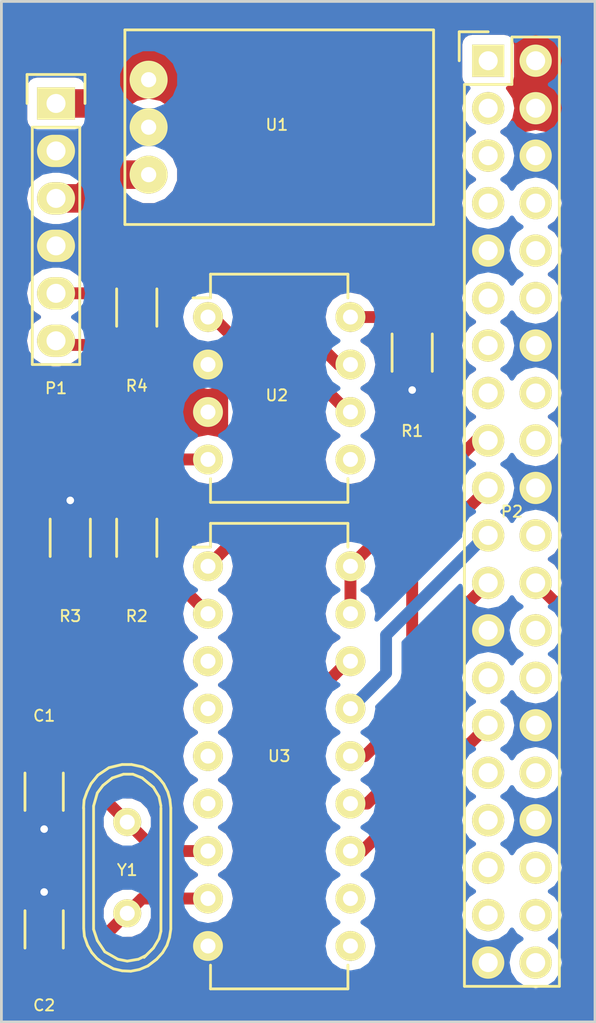
<source format=kicad_pcb>
(kicad_pcb (version 4) (host pcbnew 4.0.1-3.201512221402+6198~38~ubuntu14.04.1-stable)

  (general
    (links 41)
    (no_connects 0)
    (area 129.464999 90.094999 161.365001 144.855001)
    (thickness 1.6)
    (drawings 4)
    (tracks 72)
    (zones 0)
    (modules 12)
    (nets 38)
  )

  (page A4)
  (layers
    (0 F.Cu signal)
    (31 B.Cu signal)
    (32 B.Adhes user)
    (33 F.Adhes user)
    (34 B.Paste user)
    (35 F.Paste user)
    (36 B.SilkS user)
    (37 F.SilkS user)
    (38 B.Mask user)
    (39 F.Mask user)
    (40 Dwgs.User user)
    (41 Cmts.User user)
    (42 Eco1.User user)
    (43 Eco2.User user)
    (44 Edge.Cuts user)
    (45 Margin user)
    (46 B.CrtYd user)
    (47 F.CrtYd user)
    (48 B.Fab user)
    (49 F.Fab user)
  )

  (setup
    (last_trace_width 0.1524)
    (user_trace_width 0.254)
    (user_trace_width 0.381)
    (user_trace_width 0.508)
    (user_trace_width 0.635)
    (user_trace_width 0.762)
    (user_trace_width 1.016)
    (user_trace_width 1.27)
    (user_trace_width 1.524)
    (trace_clearance 0.1524)
    (zone_clearance 0.508)
    (zone_45_only yes)
    (trace_min 0.1524)
    (segment_width 0.2)
    (edge_width 0.15)
    (via_size 0.6858)
    (via_drill 0.3302)
    (via_min_size 0.6858)
    (via_min_drill 0.3302)
    (user_via 0.8128 0.4064)
    (user_via 1.016 0.508)
    (uvia_size 0.6858)
    (uvia_drill 0.3302)
    (uvias_allowed no)
    (uvia_min_size 0)
    (uvia_min_drill 0)
    (pcb_text_width 0.3)
    (pcb_text_size 1 1)
    (mod_edge_width 0.15)
    (mod_text_size 0.6 0.6)
    (mod_text_width 0.1)
    (pad_size 1.524 1.524)
    (pad_drill 0.762)
    (pad_to_mask_clearance 0.2)
    (aux_axis_origin 0 0)
    (visible_elements FFFFFF7F)
    (pcbplotparams
      (layerselection 0x010f0_80000001)
      (usegerberextensions true)
      (excludeedgelayer true)
      (linewidth 0.100000)
      (plotframeref false)
      (viasonmask false)
      (mode 1)
      (useauxorigin false)
      (hpglpennumber 1)
      (hpglpenspeed 20)
      (hpglpendiameter 15)
      (hpglpenoverlay 2)
      (psnegative false)
      (psa4output false)
      (plotreference true)
      (plotvalue true)
      (plotinvisibletext false)
      (padsonsilk false)
      (subtractmaskfromsilk false)
      (outputformat 1)
      (mirror false)
      (drillshape 0)
      (scaleselection 1)
      (outputdirectory gerber/))
  )

  (net 0 "")
  (net 1 "Net-(C1-Pad1)")
  (net 2 "Net-(C2-Pad1)")
  (net 3 "Net-(P1-Pad1)")
  (net 4 GND)
  (net 5 "Net-(P2-Pad1)")
  (net 6 VDD)
  (net 7 "Net-(P2-Pad3)")
  (net 8 "Net-(P2-Pad5)")
  (net 9 "Net-(P2-Pad7)")
  (net 10 "Net-(P2-Pad11)")
  (net 11 "Net-(P2-Pad12)")
  (net 12 "Net-(P2-Pad13)")
  (net 13 "Net-(P2-Pad15)")
  (net 14 "Net-(P2-Pad16)")
  (net 15 "Net-(P2-Pad17)")
  (net 16 "Net-(P2-Pad18)")
  (net 17 "Net-(P2-Pad19)")
  (net 18 "Net-(P2-Pad21)")
  (net 19 "Net-(P2-Pad22)")
  (net 20 "Net-(P2-Pad23)")
  (net 21 /CS)
  (net 22 "Net-(P2-Pad26)")
  (net 23 "Net-(P2-Pad29)")
  (net 24 "Net-(P2-Pad31)")
  (net 25 "Net-(P2-Pad32)")
  (net 26 "Net-(P2-Pad33)")
  (net 27 "Net-(P2-Pad35)")
  (net 28 "Net-(P2-Pad36)")
  (net 29 "Net-(P2-Pad37)")
  (net 30 "Net-(P2-Pad38)")
  (net 31 "Net-(P2-Pad40)")
  (net 32 "Net-(R1-Pad1)")
  (net 33 "Net-(R2-Pad1)")
  (net 34 "Net-(R2-Pad2)")
  (net 35 "Net-(U2-Pad1)")
  (net 36 "Net-(P1-Pad5)")
  (net 37 "Net-(P1-Pad6)")

  (net_class Default "This is the default net class."
    (clearance 0.1524)
    (trace_width 0.1524)
    (via_dia 0.6858)
    (via_drill 0.3302)
    (uvia_dia 0.6858)
    (uvia_drill 0.3302)
    (add_net /CS)
    (add_net GND)
    (add_net "Net-(C1-Pad1)")
    (add_net "Net-(C2-Pad1)")
    (add_net "Net-(P1-Pad1)")
    (add_net "Net-(P1-Pad5)")
    (add_net "Net-(P1-Pad6)")
    (add_net "Net-(P2-Pad1)")
    (add_net "Net-(P2-Pad11)")
    (add_net "Net-(P2-Pad12)")
    (add_net "Net-(P2-Pad13)")
    (add_net "Net-(P2-Pad15)")
    (add_net "Net-(P2-Pad16)")
    (add_net "Net-(P2-Pad17)")
    (add_net "Net-(P2-Pad18)")
    (add_net "Net-(P2-Pad19)")
    (add_net "Net-(P2-Pad21)")
    (add_net "Net-(P2-Pad22)")
    (add_net "Net-(P2-Pad23)")
    (add_net "Net-(P2-Pad26)")
    (add_net "Net-(P2-Pad29)")
    (add_net "Net-(P2-Pad3)")
    (add_net "Net-(P2-Pad31)")
    (add_net "Net-(P2-Pad32)")
    (add_net "Net-(P2-Pad33)")
    (add_net "Net-(P2-Pad35)")
    (add_net "Net-(P2-Pad36)")
    (add_net "Net-(P2-Pad37)")
    (add_net "Net-(P2-Pad38)")
    (add_net "Net-(P2-Pad40)")
    (add_net "Net-(P2-Pad5)")
    (add_net "Net-(P2-Pad7)")
    (add_net "Net-(R1-Pad1)")
    (add_net "Net-(R2-Pad1)")
    (add_net "Net-(R2-Pad2)")
    (add_net "Net-(U2-Pad1)")
    (add_net VDD)
  )

  (module Capacitors_SMD:C_1206_HandSoldering (layer F.Cu) (tedit 5692A635) (tstamp 56900138)
    (at 131.826 132.461 270)
    (descr "Capacitor SMD 1206, hand soldering")
    (tags "capacitor 1206")
    (path /568EA712)
    (attr smd)
    (fp_text reference C1 (at -4.064 0 360) (layer F.SilkS)
      (effects (font (size 0.6 0.6) (thickness 0.1)))
    )
    (fp_text value 22p (at -4.064 -2.032 360) (layer F.Fab)
      (effects (font (size 0.6 0.6) (thickness 0.1)))
    )
    (fp_line (start -3.3 -1.15) (end 3.3 -1.15) (layer F.CrtYd) (width 0.05))
    (fp_line (start -3.3 1.15) (end 3.3 1.15) (layer F.CrtYd) (width 0.05))
    (fp_line (start -3.3 -1.15) (end -3.3 1.15) (layer F.CrtYd) (width 0.05))
    (fp_line (start 3.3 -1.15) (end 3.3 1.15) (layer F.CrtYd) (width 0.05))
    (fp_line (start 1 -1.025) (end -1 -1.025) (layer F.SilkS) (width 0.15))
    (fp_line (start -1 1.025) (end 1 1.025) (layer F.SilkS) (width 0.15))
    (pad 1 smd rect (at -2 0 270) (size 2 1.6) (layers F.Cu F.Paste F.Mask)
      (net 1 "Net-(C1-Pad1)"))
    (pad 2 smd rect (at 2 0 270) (size 2 1.6) (layers F.Cu F.Paste F.Mask)
      (net 4 GND))
    (model Capacitors_SMD.3dshapes/C_1206_HandSoldering.wrl
      (at (xyz 0 0 0))
      (scale (xyz 1 1 1))
      (rotate (xyz 0 0 0))
    )
  )

  (module Capacitors_SMD:C_1206_HandSoldering (layer F.Cu) (tedit 5692A637) (tstamp 5690013E)
    (at 131.826 139.827 90)
    (descr "Capacitor SMD 1206, hand soldering")
    (tags "capacitor 1206")
    (path /568EA73B)
    (attr smd)
    (fp_text reference C2 (at -4.064 0 180) (layer F.SilkS)
      (effects (font (size 0.6 0.6) (thickness 0.1)))
    )
    (fp_text value 22p (at -4.064 2.159 180) (layer F.Fab)
      (effects (font (size 0.6 0.6) (thickness 0.1)))
    )
    (fp_line (start -3.3 -1.15) (end 3.3 -1.15) (layer F.CrtYd) (width 0.05))
    (fp_line (start -3.3 1.15) (end 3.3 1.15) (layer F.CrtYd) (width 0.05))
    (fp_line (start -3.3 -1.15) (end -3.3 1.15) (layer F.CrtYd) (width 0.05))
    (fp_line (start 3.3 -1.15) (end 3.3 1.15) (layer F.CrtYd) (width 0.05))
    (fp_line (start 1 -1.025) (end -1 -1.025) (layer F.SilkS) (width 0.15))
    (fp_line (start -1 1.025) (end 1 1.025) (layer F.SilkS) (width 0.15))
    (pad 1 smd rect (at -2 0 90) (size 2 1.6) (layers F.Cu F.Paste F.Mask)
      (net 2 "Net-(C2-Pad1)"))
    (pad 2 smd rect (at 2 0 90) (size 2 1.6) (layers F.Cu F.Paste F.Mask)
      (net 4 GND))
    (model Capacitors_SMD.3dshapes/C_1206_HandSoldering.wrl
      (at (xyz 0 0 0))
      (scale (xyz 1 1 1))
      (rotate (xyz 0 0 0))
    )
  )

  (module Pin_Headers:Pin_Header_Straight_1x06 (layer F.Cu) (tedit 5692A0FF) (tstamp 56900148)
    (at 132.461 95.631)
    (descr "Through hole pin header")
    (tags "pin header")
    (path /568F136D)
    (fp_text reference P1 (at 0 15.24) (layer F.SilkS)
      (effects (font (size 0.6 0.6) (thickness 0.1)))
    )
    (fp_text value CONN (at 0 -2.54) (layer F.Fab)
      (effects (font (size 0.6 0.6) (thickness 0.1)))
    )
    (fp_line (start -1.75 -1.75) (end -1.75 14.45) (layer F.CrtYd) (width 0.05))
    (fp_line (start 1.75 -1.75) (end 1.75 14.45) (layer F.CrtYd) (width 0.05))
    (fp_line (start -1.75 -1.75) (end 1.75 -1.75) (layer F.CrtYd) (width 0.05))
    (fp_line (start -1.75 14.45) (end 1.75 14.45) (layer F.CrtYd) (width 0.05))
    (fp_line (start 1.27 1.27) (end 1.27 13.97) (layer F.SilkS) (width 0.15))
    (fp_line (start 1.27 13.97) (end -1.27 13.97) (layer F.SilkS) (width 0.15))
    (fp_line (start -1.27 13.97) (end -1.27 1.27) (layer F.SilkS) (width 0.15))
    (fp_line (start 1.55 -1.55) (end 1.55 0) (layer F.SilkS) (width 0.15))
    (fp_line (start 1.27 1.27) (end -1.27 1.27) (layer F.SilkS) (width 0.15))
    (fp_line (start -1.55 0) (end -1.55 -1.55) (layer F.SilkS) (width 0.15))
    (fp_line (start -1.55 -1.55) (end 1.55 -1.55) (layer F.SilkS) (width 0.15))
    (pad 1 thru_hole rect (at 0 0) (size 2.032 1.7272) (drill 1.016) (layers *.Cu *.Mask F.SilkS)
      (net 3 "Net-(P1-Pad1)"))
    (pad 2 thru_hole oval (at 0 2.54) (size 2.032 1.7272) (drill 1.016) (layers *.Cu *.Mask F.SilkS)
      (net 4 GND))
    (pad 3 thru_hole oval (at 0 5.08) (size 2.032 1.7272) (drill 1.016) (layers *.Cu *.Mask F.SilkS)
      (net 3 "Net-(P1-Pad1)"))
    (pad 4 thru_hole oval (at 0 7.62) (size 2.032 1.7272) (drill 1.016) (layers *.Cu *.Mask F.SilkS)
      (net 4 GND))
    (pad 5 thru_hole oval (at 0 10.16) (size 2.032 1.7272) (drill 1.016) (layers *.Cu *.Mask F.SilkS)
      (net 36 "Net-(P1-Pad5)"))
    (pad 6 thru_hole oval (at 0 12.7) (size 2.032 1.7272) (drill 1.016) (layers *.Cu *.Mask F.SilkS)
      (net 37 "Net-(P1-Pad6)"))
    (model Pin_Headers.3dshapes/Pin_Header_Straight_1x06.wrl
      (at (xyz 0 -0.25 0))
      (scale (xyz 1 1 1))
      (rotate (xyz 0 0 90))
    )
  )

  (module Pin_Headers:Pin_Header_Straight_2x20 (layer F.Cu) (tedit 56929EE4) (tstamp 56900174)
    (at 155.575 93.345)
    (descr "Through hole pin header")
    (tags "pin header")
    (path /568EC4CA)
    (fp_text reference P2 (at 1.27 24.13 180) (layer F.SilkS)
      (effects (font (size 0.6 0.6) (thickness 0.1)))
    )
    (fp_text value RBPI_HEADER (at -2.54 42.926 90) (layer F.Fab)
      (effects (font (size 0.6 0.6) (thickness 0.1)))
    )
    (fp_line (start -1.75 -1.75) (end -1.75 50.05) (layer F.CrtYd) (width 0.05))
    (fp_line (start 4.3 -1.75) (end 4.3 50.05) (layer F.CrtYd) (width 0.05))
    (fp_line (start -1.75 -1.75) (end 4.3 -1.75) (layer F.CrtYd) (width 0.05))
    (fp_line (start -1.75 50.05) (end 4.3 50.05) (layer F.CrtYd) (width 0.05))
    (fp_line (start 3.81 49.53) (end 3.81 -1.27) (layer F.SilkS) (width 0.15))
    (fp_line (start -1.27 1.27) (end -1.27 49.53) (layer F.SilkS) (width 0.15))
    (fp_line (start 3.81 49.53) (end -1.27 49.53) (layer F.SilkS) (width 0.15))
    (fp_line (start 3.81 -1.27) (end 1.27 -1.27) (layer F.SilkS) (width 0.15))
    (fp_line (start 0 -1.55) (end -1.55 -1.55) (layer F.SilkS) (width 0.15))
    (fp_line (start 1.27 -1.27) (end 1.27 1.27) (layer F.SilkS) (width 0.15))
    (fp_line (start 1.27 1.27) (end -1.27 1.27) (layer F.SilkS) (width 0.15))
    (fp_line (start -1.55 -1.55) (end -1.55 0) (layer F.SilkS) (width 0.15))
    (pad 1 thru_hole rect (at 0 0) (size 1.7272 1.7272) (drill 1.016) (layers *.Cu *.Mask F.SilkS)
      (net 5 "Net-(P2-Pad1)"))
    (pad 2 thru_hole oval (at 2.54 0) (size 1.7272 1.7272) (drill 1.016) (layers *.Cu *.Mask F.SilkS)
      (net 6 VDD))
    (pad 3 thru_hole oval (at 0 2.54) (size 1.7272 1.7272) (drill 1.016) (layers *.Cu *.Mask F.SilkS)
      (net 7 "Net-(P2-Pad3)"))
    (pad 4 thru_hole oval (at 2.54 2.54) (size 1.7272 1.7272) (drill 1.016) (layers *.Cu *.Mask F.SilkS)
      (net 6 VDD))
    (pad 5 thru_hole oval (at 0 5.08) (size 1.7272 1.7272) (drill 1.016) (layers *.Cu *.Mask F.SilkS)
      (net 8 "Net-(P2-Pad5)"))
    (pad 6 thru_hole oval (at 2.54 5.08) (size 1.7272 1.7272) (drill 1.016) (layers *.Cu *.Mask F.SilkS)
      (net 4 GND))
    (pad 7 thru_hole oval (at 0 7.62) (size 1.7272 1.7272) (drill 1.016) (layers *.Cu *.Mask F.SilkS)
      (net 9 "Net-(P2-Pad7)"))
    (pad 8 thru_hole oval (at 2.54 7.62) (size 1.7272 1.7272) (drill 1.016) (layers *.Cu *.Mask F.SilkS))
    (pad 9 thru_hole oval (at 0 10.16) (size 1.7272 1.7272) (drill 1.016) (layers *.Cu *.Mask F.SilkS)
      (net 4 GND))
    (pad 10 thru_hole oval (at 2.54 10.16) (size 1.7272 1.7272) (drill 1.016) (layers *.Cu *.Mask F.SilkS))
    (pad 11 thru_hole oval (at 0 12.7) (size 1.7272 1.7272) (drill 1.016) (layers *.Cu *.Mask F.SilkS)
      (net 10 "Net-(P2-Pad11)"))
    (pad 12 thru_hole oval (at 2.54 12.7) (size 1.7272 1.7272) (drill 1.016) (layers *.Cu *.Mask F.SilkS)
      (net 11 "Net-(P2-Pad12)"))
    (pad 13 thru_hole oval (at 0 15.24) (size 1.7272 1.7272) (drill 1.016) (layers *.Cu *.Mask F.SilkS)
      (net 12 "Net-(P2-Pad13)"))
    (pad 14 thru_hole oval (at 2.54 15.24) (size 1.7272 1.7272) (drill 1.016) (layers *.Cu *.Mask F.SilkS)
      (net 4 GND))
    (pad 15 thru_hole oval (at 0 17.78) (size 1.7272 1.7272) (drill 1.016) (layers *.Cu *.Mask F.SilkS)
      (net 13 "Net-(P2-Pad15)"))
    (pad 16 thru_hole oval (at 2.54 17.78) (size 1.7272 1.7272) (drill 1.016) (layers *.Cu *.Mask F.SilkS)
      (net 14 "Net-(P2-Pad16)"))
    (pad 17 thru_hole oval (at 0 20.32) (size 1.7272 1.7272) (drill 1.016) (layers *.Cu *.Mask F.SilkS)
      (net 15 "Net-(P2-Pad17)"))
    (pad 18 thru_hole oval (at 2.54 20.32) (size 1.7272 1.7272) (drill 1.016) (layers *.Cu *.Mask F.SilkS)
      (net 16 "Net-(P2-Pad18)"))
    (pad 19 thru_hole oval (at 0 22.86) (size 1.7272 1.7272) (drill 1.016) (layers *.Cu *.Mask F.SilkS)
      (net 17 "Net-(P2-Pad19)"))
    (pad 20 thru_hole oval (at 2.54 22.86) (size 1.7272 1.7272) (drill 1.016) (layers *.Cu *.Mask F.SilkS)
      (net 4 GND))
    (pad 21 thru_hole oval (at 0 25.4) (size 1.7272 1.7272) (drill 1.016) (layers *.Cu *.Mask F.SilkS)
      (net 18 "Net-(P2-Pad21)"))
    (pad 22 thru_hole oval (at 2.54 25.4) (size 1.7272 1.7272) (drill 1.016) (layers *.Cu *.Mask F.SilkS)
      (net 19 "Net-(P2-Pad22)"))
    (pad 23 thru_hole oval (at 0 27.94) (size 1.7272 1.7272) (drill 1.016) (layers *.Cu *.Mask F.SilkS)
      (net 20 "Net-(P2-Pad23)"))
    (pad 24 thru_hole oval (at 2.54 27.94) (size 1.7272 1.7272) (drill 1.016) (layers *.Cu *.Mask F.SilkS)
      (net 21 /CS))
    (pad 25 thru_hole oval (at 0 30.48) (size 1.7272 1.7272) (drill 1.016) (layers *.Cu *.Mask F.SilkS)
      (net 4 GND))
    (pad 26 thru_hole oval (at 2.54 30.48) (size 1.7272 1.7272) (drill 1.016) (layers *.Cu *.Mask F.SilkS)
      (net 22 "Net-(P2-Pad26)"))
    (pad 27 thru_hole oval (at 0 33.02) (size 1.7272 1.7272) (drill 1.016) (layers *.Cu *.Mask F.SilkS))
    (pad 28 thru_hole oval (at 2.54 33.02) (size 1.7272 1.7272) (drill 1.016) (layers *.Cu *.Mask F.SilkS))
    (pad 29 thru_hole oval (at 0 35.56) (size 1.7272 1.7272) (drill 1.016) (layers *.Cu *.Mask F.SilkS)
      (net 23 "Net-(P2-Pad29)"))
    (pad 30 thru_hole oval (at 2.54 35.56) (size 1.7272 1.7272) (drill 1.016) (layers *.Cu *.Mask F.SilkS)
      (net 4 GND))
    (pad 31 thru_hole oval (at 0 38.1) (size 1.7272 1.7272) (drill 1.016) (layers *.Cu *.Mask F.SilkS)
      (net 24 "Net-(P2-Pad31)"))
    (pad 32 thru_hole oval (at 2.54 38.1) (size 1.7272 1.7272) (drill 1.016) (layers *.Cu *.Mask F.SilkS)
      (net 25 "Net-(P2-Pad32)"))
    (pad 33 thru_hole oval (at 0 40.64) (size 1.7272 1.7272) (drill 1.016) (layers *.Cu *.Mask F.SilkS)
      (net 26 "Net-(P2-Pad33)"))
    (pad 34 thru_hole oval (at 2.54 40.64) (size 1.7272 1.7272) (drill 1.016) (layers *.Cu *.Mask F.SilkS)
      (net 4 GND))
    (pad 35 thru_hole oval (at 0 43.18) (size 1.7272 1.7272) (drill 1.016) (layers *.Cu *.Mask F.SilkS)
      (net 27 "Net-(P2-Pad35)"))
    (pad 36 thru_hole oval (at 2.54 43.18) (size 1.7272 1.7272) (drill 1.016) (layers *.Cu *.Mask F.SilkS)
      (net 28 "Net-(P2-Pad36)"))
    (pad 37 thru_hole oval (at 0 45.72) (size 1.7272 1.7272) (drill 1.016) (layers *.Cu *.Mask F.SilkS)
      (net 29 "Net-(P2-Pad37)"))
    (pad 38 thru_hole oval (at 2.54 45.72) (size 1.7272 1.7272) (drill 1.016) (layers *.Cu *.Mask F.SilkS)
      (net 30 "Net-(P2-Pad38)"))
    (pad 39 thru_hole oval (at 0 48.26) (size 1.7272 1.7272) (drill 1.016) (layers *.Cu *.Mask F.SilkS)
      (net 4 GND))
    (pad 40 thru_hole oval (at 2.54 48.26) (size 1.7272 1.7272) (drill 1.016) (layers *.Cu *.Mask F.SilkS)
      (net 31 "Net-(P2-Pad40)"))
    (model Pin_Headers.3dshapes/Pin_Header_Straight_2x20.wrl
      (at (xyz 0.05 -0.95 0))
      (scale (xyz 1 1 1))
      (rotate (xyz 0 0 90))
    )
  )

  (module Resistors_SMD:R_1206_HandSoldering (layer F.Cu) (tedit 5692A00B) (tstamp 5690017A)
    (at 151.511 108.966 270)
    (descr "Resistor SMD 1206, hand soldering")
    (tags "resistor 1206")
    (path /568EA4A3)
    (attr smd)
    (fp_text reference R1 (at 4.191 0 360) (layer F.SilkS)
      (effects (font (size 0.6 0.6) (thickness 0.1)))
    )
    (fp_text value 1k (at -4.064 0 540) (layer F.Fab)
      (effects (font (size 0.6 0.6) (thickness 0.1)))
    )
    (fp_line (start -3.3 -1.2) (end 3.3 -1.2) (layer F.CrtYd) (width 0.05))
    (fp_line (start -3.3 1.2) (end 3.3 1.2) (layer F.CrtYd) (width 0.05))
    (fp_line (start -3.3 -1.2) (end -3.3 1.2) (layer F.CrtYd) (width 0.05))
    (fp_line (start 3.3 -1.2) (end 3.3 1.2) (layer F.CrtYd) (width 0.05))
    (fp_line (start 1 1.075) (end -1 1.075) (layer F.SilkS) (width 0.15))
    (fp_line (start -1 -1.075) (end 1 -1.075) (layer F.SilkS) (width 0.15))
    (pad 1 smd rect (at -2 0 270) (size 2 1.7) (layers F.Cu F.Paste F.Mask)
      (net 32 "Net-(R1-Pad1)"))
    (pad 2 smd rect (at 2 0 270) (size 2 1.7) (layers F.Cu F.Paste F.Mask)
      (net 4 GND))
    (model Resistors_SMD.3dshapes/R_1206_HandSoldering.wrl
      (at (xyz 0 0 0))
      (scale (xyz 1 1 1))
      (rotate (xyz 0 0 0))
    )
  )

  (module Resistors_SMD:R_1206_HandSoldering (layer F.Cu) (tedit 5692A000) (tstamp 56900180)
    (at 136.779 118.872 270)
    (descr "Resistor SMD 1206, hand soldering")
    (tags "resistor 1206")
    (path /568EE503)
    (attr smd)
    (fp_text reference R2 (at 4.191 0 360) (layer F.SilkS)
      (effects (font (size 0.6 0.6) (thickness 0.1)))
    )
    (fp_text value 10k (at -4.064 0 360) (layer F.Fab)
      (effects (font (size 0.6 0.6) (thickness 0.1)))
    )
    (fp_line (start -3.3 -1.2) (end 3.3 -1.2) (layer F.CrtYd) (width 0.05))
    (fp_line (start -3.3 1.2) (end 3.3 1.2) (layer F.CrtYd) (width 0.05))
    (fp_line (start -3.3 -1.2) (end -3.3 1.2) (layer F.CrtYd) (width 0.05))
    (fp_line (start 3.3 -1.2) (end 3.3 1.2) (layer F.CrtYd) (width 0.05))
    (fp_line (start 1 1.075) (end -1 1.075) (layer F.SilkS) (width 0.15))
    (fp_line (start -1 -1.075) (end 1 -1.075) (layer F.SilkS) (width 0.15))
    (pad 1 smd rect (at -2 0 270) (size 2 1.7) (layers F.Cu F.Paste F.Mask)
      (net 33 "Net-(R2-Pad1)"))
    (pad 2 smd rect (at 2 0 270) (size 2 1.7) (layers F.Cu F.Paste F.Mask)
      (net 34 "Net-(R2-Pad2)"))
    (model Resistors_SMD.3dshapes/R_1206_HandSoldering.wrl
      (at (xyz 0 0 0))
      (scale (xyz 1 1 1))
      (rotate (xyz 0 0 0))
    )
  )

  (module Resistors_SMD:R_1206_HandSoldering (layer F.Cu) (tedit 56929FFE) (tstamp 56900186)
    (at 133.223 118.872 90)
    (descr "Resistor SMD 1206, hand soldering")
    (tags "resistor 1206")
    (path /568EE588)
    (attr smd)
    (fp_text reference R3 (at -4.191 0 180) (layer F.SilkS)
      (effects (font (size 0.6 0.6) (thickness 0.1)))
    )
    (fp_text value 18k (at 4.064 0 180) (layer F.Fab)
      (effects (font (size 0.6 0.6) (thickness 0.1)))
    )
    (fp_line (start -3.3 -1.2) (end 3.3 -1.2) (layer F.CrtYd) (width 0.05))
    (fp_line (start -3.3 1.2) (end 3.3 1.2) (layer F.CrtYd) (width 0.05))
    (fp_line (start -3.3 -1.2) (end -3.3 1.2) (layer F.CrtYd) (width 0.05))
    (fp_line (start 3.3 -1.2) (end 3.3 1.2) (layer F.CrtYd) (width 0.05))
    (fp_line (start 1 1.075) (end -1 1.075) (layer F.SilkS) (width 0.15))
    (fp_line (start -1 -1.075) (end 1 -1.075) (layer F.SilkS) (width 0.15))
    (pad 1 smd rect (at -2 0 90) (size 2 1.7) (layers F.Cu F.Paste F.Mask)
      (net 34 "Net-(R2-Pad2)"))
    (pad 2 smd rect (at 2 0 90) (size 2 1.7) (layers F.Cu F.Paste F.Mask)
      (net 4 GND))
    (model Resistors_SMD.3dshapes/R_1206_HandSoldering.wrl
      (at (xyz 0 0 0))
      (scale (xyz 1 1 1))
      (rotate (xyz 0 0 0))
    )
  )

  (module Resistors_SMD:R_1206_HandSoldering (layer F.Cu) (tedit 56929F2B) (tstamp 5690018C)
    (at 136.779 106.553 270)
    (descr "Resistor SMD 1206, hand soldering")
    (tags "resistor 1206")
    (path /568FFABA)
    (attr smd)
    (fp_text reference R4 (at 4.191 0 360) (layer F.SilkS)
      (effects (font (size 0.6 0.6) (thickness 0.1)))
    )
    (fp_text value 120 (at -3.937 -0.127 360) (layer F.Fab)
      (effects (font (size 0.6 0.6) (thickness 0.1)))
    )
    (fp_line (start -3.3 -1.2) (end 3.3 -1.2) (layer F.CrtYd) (width 0.05))
    (fp_line (start -3.3 1.2) (end 3.3 1.2) (layer F.CrtYd) (width 0.05))
    (fp_line (start -3.3 -1.2) (end -3.3 1.2) (layer F.CrtYd) (width 0.05))
    (fp_line (start 3.3 -1.2) (end 3.3 1.2) (layer F.CrtYd) (width 0.05))
    (fp_line (start 1 1.075) (end -1 1.075) (layer F.SilkS) (width 0.15))
    (fp_line (start -1 -1.075) (end 1 -1.075) (layer F.SilkS) (width 0.15))
    (pad 1 smd rect (at -2 0 270) (size 2 1.7) (layers F.Cu F.Paste F.Mask)
      (net 36 "Net-(P1-Pad5)"))
    (pad 2 smd rect (at 2 0 270) (size 2 1.7) (layers F.Cu F.Paste F.Mask)
      (net 37 "Net-(P1-Pad6)"))
    (model Resistors_SMD.3dshapes/R_1206_HandSoldering.wrl
      (at (xyz 0 0 0))
      (scale (xyz 1 1 1))
      (rotate (xyz 0 0 0))
    )
  )

  (module footprints:OKI-78SR (layer F.Cu) (tedit 56929EB6) (tstamp 56900197)
    (at 144.399 104.521 180)
    (path /568F06D1)
    (fp_text reference U1 (at 0.127 7.747 180) (layer F.SilkS)
      (effects (font (size 0.6 0.6) (thickness 0.1)))
    )
    (fp_text value OKI-78SR (at -0.381 13.462 180) (layer F.Fab)
      (effects (font (size 0.6 0.6) (thickness 0.1)))
    )
    (fp_line (start 8.255 2.413) (end 8.255 12.827) (layer F.SilkS) (width 0.15))
    (fp_line (start 8.255 12.827) (end -8.255 12.827) (layer F.SilkS) (width 0.15))
    (fp_line (start -8.255 12.827) (end -8.255 2.413) (layer F.SilkS) (width 0.15))
    (fp_line (start -8.255 2.413) (end 8.255 2.413) (layer F.SilkS) (width 0.15))
    (pad 3 thru_hole circle (at 6.985 10.16) (size 2.032 2.032) (drill 0.8128) (layers *.Cu *.Mask F.SilkS)
      (net 6 VDD))
    (pad 1 thru_hole circle (at 6.985 5.08) (size 2.032 2.032) (drill 0.8128) (layers *.Cu *.Mask F.SilkS)
      (net 3 "Net-(P1-Pad1)"))
    (pad 2 thru_hole oval (at 6.985 7.62) (size 2.032 2.032) (drill 0.8128) (layers *.Cu *.Mask F.SilkS)
      (net 4 GND))
  )

  (module Housings_DIP:DIP-8_W7.62mm (layer F.Cu) (tedit 56929EBF) (tstamp 569001A3)
    (at 140.589 107.061)
    (descr "8-lead dip package, row spacing 7.62 mm (300 mils)")
    (tags "dil dip 2.54 300")
    (path /568EA0BF)
    (fp_text reference U2 (at 3.683 4.191) (layer F.SilkS)
      (effects (font (size 0.6 0.6) (thickness 0.1)))
    )
    (fp_text value MCP2551 (at 3.429 -3.175) (layer F.Fab)
      (effects (font (size 0.6 0.6) (thickness 0.1)))
    )
    (fp_line (start -1.05 -2.45) (end -1.05 10.1) (layer F.CrtYd) (width 0.05))
    (fp_line (start 8.65 -2.45) (end 8.65 10.1) (layer F.CrtYd) (width 0.05))
    (fp_line (start -1.05 -2.45) (end 8.65 -2.45) (layer F.CrtYd) (width 0.05))
    (fp_line (start -1.05 10.1) (end 8.65 10.1) (layer F.CrtYd) (width 0.05))
    (fp_line (start 0.135 -2.295) (end 0.135 -1.025) (layer F.SilkS) (width 0.15))
    (fp_line (start 7.485 -2.295) (end 7.485 -1.025) (layer F.SilkS) (width 0.15))
    (fp_line (start 7.485 9.915) (end 7.485 8.645) (layer F.SilkS) (width 0.15))
    (fp_line (start 0.135 9.915) (end 0.135 8.645) (layer F.SilkS) (width 0.15))
    (fp_line (start 0.135 -2.295) (end 7.485 -2.295) (layer F.SilkS) (width 0.15))
    (fp_line (start 0.135 9.915) (end 7.485 9.915) (layer F.SilkS) (width 0.15))
    (fp_line (start 0.135 -1.025) (end -0.8 -1.025) (layer F.SilkS) (width 0.15))
    (pad 1 thru_hole oval (at 0 0) (size 1.6 1.6) (drill 0.8) (layers *.Cu *.Mask F.SilkS)
      (net 35 "Net-(U2-Pad1)"))
    (pad 2 thru_hole oval (at 0 2.54) (size 1.6 1.6) (drill 0.8) (layers *.Cu *.Mask F.SilkS)
      (net 4 GND))
    (pad 3 thru_hole oval (at 0 5.08) (size 1.6 1.6) (drill 0.8) (layers *.Cu *.Mask F.SilkS)
      (net 6 VDD))
    (pad 4 thru_hole oval (at 0 7.62) (size 1.6 1.6) (drill 0.8) (layers *.Cu *.Mask F.SilkS)
      (net 33 "Net-(R2-Pad1)"))
    (pad 5 thru_hole oval (at 7.62 7.62) (size 1.6 1.6) (drill 0.8) (layers *.Cu *.Mask F.SilkS))
    (pad 6 thru_hole oval (at 7.62 5.08) (size 1.6 1.6) (drill 0.8) (layers *.Cu *.Mask F.SilkS)
      (net 37 "Net-(P1-Pad6)"))
    (pad 7 thru_hole oval (at 7.62 2.54) (size 1.6 1.6) (drill 0.8) (layers *.Cu *.Mask F.SilkS)
      (net 36 "Net-(P1-Pad5)"))
    (pad 8 thru_hole oval (at 7.62 0) (size 1.6 1.6) (drill 0.8) (layers *.Cu *.Mask F.SilkS)
      (net 32 "Net-(R1-Pad1)"))
    (model Housings_DIP.3dshapes/DIP-8_W7.62mm.wrl
      (at (xyz 0 0 0))
      (scale (xyz 1 1 1))
      (rotate (xyz 0 0 0))
    )
  )

  (module Housings_DIP:DIP-18_W7.62mm (layer F.Cu) (tedit 56929ECD) (tstamp 569001B9)
    (at 140.589 120.396)
    (descr "18-lead dip package, row spacing 7.62 mm (300 mils)")
    (tags "dil dip 2.54 300")
    (path /568EA2C8)
    (fp_text reference U3 (at 3.81 10.16) (layer F.SilkS)
      (effects (font (size 0.6 0.6) (thickness 0.1)))
    )
    (fp_text value MCP2515 (at 3.683 23.495) (layer F.Fab)
      (effects (font (size 0.6 0.6) (thickness 0.1)))
    )
    (fp_line (start -1.05 -2.45) (end -1.05 22.8) (layer F.CrtYd) (width 0.05))
    (fp_line (start 8.65 -2.45) (end 8.65 22.8) (layer F.CrtYd) (width 0.05))
    (fp_line (start -1.05 -2.45) (end 8.65 -2.45) (layer F.CrtYd) (width 0.05))
    (fp_line (start -1.05 22.8) (end 8.65 22.8) (layer F.CrtYd) (width 0.05))
    (fp_line (start 0.135 -2.295) (end 0.135 -1.025) (layer F.SilkS) (width 0.15))
    (fp_line (start 7.485 -2.295) (end 7.485 -1.025) (layer F.SilkS) (width 0.15))
    (fp_line (start 7.485 22.615) (end 7.485 21.345) (layer F.SilkS) (width 0.15))
    (fp_line (start 0.135 22.615) (end 0.135 21.345) (layer F.SilkS) (width 0.15))
    (fp_line (start 0.135 -2.295) (end 7.485 -2.295) (layer F.SilkS) (width 0.15))
    (fp_line (start 0.135 22.615) (end 7.485 22.615) (layer F.SilkS) (width 0.15))
    (fp_line (start 0.135 -1.025) (end -0.8 -1.025) (layer F.SilkS) (width 0.15))
    (pad 1 thru_hole oval (at 0 0) (size 1.6 1.6) (drill 0.8) (layers *.Cu *.Mask F.SilkS)
      (net 35 "Net-(U2-Pad1)"))
    (pad 2 thru_hole oval (at 0 2.54) (size 1.6 1.6) (drill 0.8) (layers *.Cu *.Mask F.SilkS)
      (net 34 "Net-(R2-Pad2)"))
    (pad 3 thru_hole oval (at 0 5.08) (size 1.6 1.6) (drill 0.8) (layers *.Cu *.Mask F.SilkS))
    (pad 4 thru_hole oval (at 0 7.62) (size 1.6 1.6) (drill 0.8) (layers *.Cu *.Mask F.SilkS))
    (pad 5 thru_hole oval (at 0 10.16) (size 1.6 1.6) (drill 0.8) (layers *.Cu *.Mask F.SilkS))
    (pad 6 thru_hole oval (at 0 12.7) (size 1.6 1.6) (drill 0.8) (layers *.Cu *.Mask F.SilkS))
    (pad 7 thru_hole oval (at 0 15.24) (size 1.6 1.6) (drill 0.8) (layers *.Cu *.Mask F.SilkS)
      (net 1 "Net-(C1-Pad1)"))
    (pad 8 thru_hole oval (at 0 17.78) (size 1.6 1.6) (drill 0.8) (layers *.Cu *.Mask F.SilkS)
      (net 2 "Net-(C2-Pad1)"))
    (pad 9 thru_hole oval (at 0 20.32) (size 1.6 1.6) (drill 0.8) (layers *.Cu *.Mask F.SilkS)
      (net 4 GND))
    (pad 10 thru_hole oval (at 7.62 20.32) (size 1.6 1.6) (drill 0.8) (layers *.Cu *.Mask F.SilkS))
    (pad 11 thru_hole oval (at 7.62 17.78) (size 1.6 1.6) (drill 0.8) (layers *.Cu *.Mask F.SilkS))
    (pad 12 thru_hole oval (at 7.62 15.24) (size 1.6 1.6) (drill 0.8) (layers *.Cu *.Mask F.SilkS)
      (net 23 "Net-(P2-Pad29)"))
    (pad 13 thru_hole oval (at 7.62 12.7) (size 1.6 1.6) (drill 0.8) (layers *.Cu *.Mask F.SilkS)
      (net 20 "Net-(P2-Pad23)"))
    (pad 14 thru_hole oval (at 7.62 10.16) (size 1.6 1.6) (drill 0.8) (layers *.Cu *.Mask F.SilkS)
      (net 17 "Net-(P2-Pad19)"))
    (pad 15 thru_hole oval (at 7.62 7.62) (size 1.6 1.6) (drill 0.8) (layers *.Cu *.Mask F.SilkS)
      (net 18 "Net-(P2-Pad21)"))
    (pad 16 thru_hole oval (at 7.62 5.08) (size 1.6 1.6) (drill 0.8) (layers *.Cu *.Mask F.SilkS)
      (net 21 /CS))
    (pad 17 thru_hole oval (at 7.62 2.54) (size 1.6 1.6) (drill 0.8) (layers *.Cu *.Mask F.SilkS)
      (net 15 "Net-(P2-Pad17)"))
    (pad 18 thru_hole oval (at 7.62 0) (size 1.6 1.6) (drill 0.8) (layers *.Cu *.Mask F.SilkS)
      (net 15 "Net-(P2-Pad17)"))
    (model Housings_DIP.3dshapes/DIP-18_W7.62mm.wrl
      (at (xyz 0 0 0))
      (scale (xyz 1 1 1))
      (rotate (xyz 0 0 0))
    )
  )

  (module Crystals:Crystal_HC49-U_Vertical (layer F.Cu) (tedit 56929FE2) (tstamp 569001BF)
    (at 136.271 136.525 270)
    (descr "Crystal, Quarz, HC49/U, vertical, stehend,")
    (tags "Crystal, Quarz, HC49/U, vertical, stehend,")
    (path /568EA6A0)
    (fp_text reference Y1 (at 0.127 0 360) (layer F.SilkS)
      (effects (font (size 0.6 0.6) (thickness 0.1)))
    )
    (fp_text value 10MHZ (at -6.35 0 360) (layer F.Fab)
      (effects (font (size 0.6 0.6) (thickness 0.1)))
    )
    (fp_line (start 4.699 -1.00076) (end 4.89966 -0.59944) (layer F.SilkS) (width 0.15))
    (fp_line (start 4.89966 -0.59944) (end 5.00126 0) (layer F.SilkS) (width 0.15))
    (fp_line (start 5.00126 0) (end 4.89966 0.50038) (layer F.SilkS) (width 0.15))
    (fp_line (start 4.89966 0.50038) (end 4.50088 1.19888) (layer F.SilkS) (width 0.15))
    (fp_line (start 4.50088 1.19888) (end 3.8989 1.6002) (layer F.SilkS) (width 0.15))
    (fp_line (start 3.8989 1.6002) (end 3.29946 1.80086) (layer F.SilkS) (width 0.15))
    (fp_line (start 3.29946 1.80086) (end -3.29946 1.80086) (layer F.SilkS) (width 0.15))
    (fp_line (start -3.29946 1.80086) (end -4.0005 1.6002) (layer F.SilkS) (width 0.15))
    (fp_line (start -4.0005 1.6002) (end -4.39928 1.30048) (layer F.SilkS) (width 0.15))
    (fp_line (start -4.39928 1.30048) (end -4.8006 0.8001) (layer F.SilkS) (width 0.15))
    (fp_line (start -4.8006 0.8001) (end -5.00126 0.20066) (layer F.SilkS) (width 0.15))
    (fp_line (start -5.00126 0.20066) (end -5.00126 -0.29972) (layer F.SilkS) (width 0.15))
    (fp_line (start -5.00126 -0.29972) (end -4.8006 -0.8001) (layer F.SilkS) (width 0.15))
    (fp_line (start -4.8006 -0.8001) (end -4.30022 -1.39954) (layer F.SilkS) (width 0.15))
    (fp_line (start -4.30022 -1.39954) (end -3.79984 -1.69926) (layer F.SilkS) (width 0.15))
    (fp_line (start -3.79984 -1.69926) (end -3.29946 -1.80086) (layer F.SilkS) (width 0.15))
    (fp_line (start -3.2004 -1.80086) (end 3.40106 -1.80086) (layer F.SilkS) (width 0.15))
    (fp_line (start 3.40106 -1.80086) (end 3.79984 -1.69926) (layer F.SilkS) (width 0.15))
    (fp_line (start 3.79984 -1.69926) (end 4.30022 -1.39954) (layer F.SilkS) (width 0.15))
    (fp_line (start 4.30022 -1.39954) (end 4.8006 -0.89916) (layer F.SilkS) (width 0.15))
    (fp_line (start -3.19024 -2.32918) (end -3.64998 -2.28092) (layer F.SilkS) (width 0.15))
    (fp_line (start -3.64998 -2.28092) (end -4.04876 -2.16916) (layer F.SilkS) (width 0.15))
    (fp_line (start -4.04876 -2.16916) (end -4.48056 -1.95072) (layer F.SilkS) (width 0.15))
    (fp_line (start -4.48056 -1.95072) (end -4.77012 -1.71958) (layer F.SilkS) (width 0.15))
    (fp_line (start -4.77012 -1.71958) (end -5.10032 -1.36906) (layer F.SilkS) (width 0.15))
    (fp_line (start -5.10032 -1.36906) (end -5.38988 -0.83058) (layer F.SilkS) (width 0.15))
    (fp_line (start -5.38988 -0.83058) (end -5.51942 -0.23114) (layer F.SilkS) (width 0.15))
    (fp_line (start -5.51942 -0.23114) (end -5.51942 0.2794) (layer F.SilkS) (width 0.15))
    (fp_line (start -5.51942 0.2794) (end -5.34924 0.98044) (layer F.SilkS) (width 0.15))
    (fp_line (start -5.34924 0.98044) (end -4.95046 1.56972) (layer F.SilkS) (width 0.15))
    (fp_line (start -4.95046 1.56972) (end -4.49072 1.94056) (layer F.SilkS) (width 0.15))
    (fp_line (start -4.49072 1.94056) (end -4.06908 2.14884) (layer F.SilkS) (width 0.15))
    (fp_line (start -4.06908 2.14884) (end -3.6195 2.30886) (layer F.SilkS) (width 0.15))
    (fp_line (start -3.6195 2.30886) (end -3.18008 2.33934) (layer F.SilkS) (width 0.15))
    (fp_line (start 4.16052 2.1209) (end 4.53898 1.89992) (layer F.SilkS) (width 0.15))
    (fp_line (start 4.53898 1.89992) (end 4.85902 1.62052) (layer F.SilkS) (width 0.15))
    (fp_line (start 4.85902 1.62052) (end 5.11048 1.29032) (layer F.SilkS) (width 0.15))
    (fp_line (start 5.11048 1.29032) (end 5.4102 0.73914) (layer F.SilkS) (width 0.15))
    (fp_line (start 5.4102 0.73914) (end 5.51942 0.26924) (layer F.SilkS) (width 0.15))
    (fp_line (start 5.51942 0.26924) (end 5.53974 -0.1905) (layer F.SilkS) (width 0.15))
    (fp_line (start 5.53974 -0.1905) (end 5.45084 -0.65024) (layer F.SilkS) (width 0.15))
    (fp_line (start 5.45084 -0.65024) (end 5.26034 -1.09982) (layer F.SilkS) (width 0.15))
    (fp_line (start 5.26034 -1.09982) (end 4.89966 -1.56972) (layer F.SilkS) (width 0.15))
    (fp_line (start 4.89966 -1.56972) (end 4.54914 -1.88976) (layer F.SilkS) (width 0.15))
    (fp_line (start 4.54914 -1.88976) (end 4.16052 -2.1209) (layer F.SilkS) (width 0.15))
    (fp_line (start 4.16052 -2.1209) (end 3.73126 -2.2606) (layer F.SilkS) (width 0.15))
    (fp_line (start 3.73126 -2.2606) (end 3.2893 -2.32918) (layer F.SilkS) (width 0.15))
    (fp_line (start -3.2004 2.32918) (end 3.2512 2.32918) (layer F.SilkS) (width 0.15))
    (fp_line (start 3.2512 2.32918) (end 3.6703 2.29108) (layer F.SilkS) (width 0.15))
    (fp_line (start 3.6703 2.29108) (end 4.16052 2.1209) (layer F.SilkS) (width 0.15))
    (fp_line (start -3.2004 -2.32918) (end 3.2512 -2.32918) (layer F.SilkS) (width 0.15))
    (pad 1 thru_hole circle (at -2.44094 0 270) (size 1.50114 1.50114) (drill 0.8001) (layers *.Cu *.Mask F.SilkS)
      (net 1 "Net-(C1-Pad1)"))
    (pad 2 thru_hole circle (at 2.44094 0 270) (size 1.50114 1.50114) (drill 0.8001) (layers *.Cu *.Mask F.SilkS)
      (net 2 "Net-(C2-Pad1)"))
  )

  (gr_line (start 129.54 90.17) (end 161.29 90.17) (angle 90) (layer Edge.Cuts) (width 0.15))
  (gr_line (start 129.54 144.78) (end 129.54 90.17) (angle 90) (layer Edge.Cuts) (width 0.15))
  (gr_line (start 161.29 144.78) (end 129.54 144.78) (angle 90) (layer Edge.Cuts) (width 0.15))
  (gr_line (start 161.29 90.17) (end 161.29 144.78) (angle 90) (layer Edge.Cuts) (width 0.15))

  (segment (start 131.826 130.461) (end 132.64794 130.461) (width 0.635) (layer F.Cu) (net 1))
  (segment (start 132.64794 130.461) (end 136.271 134.08406) (width 0.635) (layer F.Cu) (net 1) (tstamp 5691E354))
  (segment (start 140.589 135.636) (end 137.82294 135.636) (width 0.635) (layer F.Cu) (net 1))
  (segment (start 137.82294 135.636) (end 136.271 134.08406) (width 0.635) (layer F.Cu) (net 1) (tstamp 5691E350))
  (segment (start 131.826 141.827) (end 133.40994 141.827) (width 0.635) (layer F.Cu) (net 2))
  (segment (start 133.40994 141.827) (end 136.271 138.96594) (width 0.635) (layer F.Cu) (net 2) (tstamp 5691E35A))
  (segment (start 140.589 138.176) (end 137.06094 138.176) (width 0.635) (layer F.Cu) (net 2))
  (segment (start 137.06094 138.176) (end 136.271 138.96594) (width 0.635) (layer F.Cu) (net 2) (tstamp 5691E357))
  (segment (start 132.461 95.631) (end 134.493 95.631) (width 1.524) (layer F.Cu) (net 3))
  (segment (start 135.128 96.266) (end 135.128 99.441) (width 1.524) (layer F.Cu) (net 3) (tstamp 5691DCBF))
  (segment (start 134.493 95.631) (end 135.128 96.266) (width 1.524) (layer F.Cu) (net 3) (tstamp 5691DCBD))
  (segment (start 137.414 99.441) (end 135.128 99.441) (width 1.524) (layer F.Cu) (net 3))
  (segment (start 133.858 100.711) (end 132.461 100.711) (width 1.524) (layer F.Cu) (net 3) (tstamp 5691DCB0))
  (segment (start 135.128 99.441) (end 133.858 100.711) (width 1.524) (layer F.Cu) (net 3) (tstamp 5691DCA3))
  (via (at 151.511 110.966) (size 0.8128) (drill 0.4064) (layers F.Cu B.Cu) (net 4))
  (segment (start 151.511 110.966) (end 151.511 110.998) (width 0.635) (layer B.Cu) (net 4) (tstamp 5691E3D9))
  (via (at 131.826 137.827) (size 0.8128) (drill 0.4064) (layers F.Cu B.Cu) (net 4))
  (segment (start 131.826 137.827) (end 131.826 137.795) (width 0.635) (layer B.Cu) (net 4) (tstamp 5691E3C4))
  (via (at 131.826 134.461) (size 0.8128) (drill 0.4064) (layers F.Cu B.Cu) (net 4))
  (segment (start 131.826 134.461) (end 131.826 134.493) (width 0.635) (layer B.Cu) (net 4) (tstamp 5691E3BD))
  (via (at 133.223 116.872) (size 0.8128) (drill 0.4064) (layers F.Cu B.Cu) (net 4))
  (segment (start 133.223 116.872) (end 133.223 116.8654) (width 0.635) (layer B.Cu) (net 4) (tstamp 5691E38A))
  (segment (start 148.209 120.396) (end 148.209 122.936) (width 0.635) (layer F.Cu) (net 15))
  (segment (start 155.575 113.665) (end 154.94 113.665) (width 0.635) (layer F.Cu) (net 15))
  (segment (start 154.94 113.665) (end 148.209 120.396) (width 0.635) (layer F.Cu) (net 15) (tstamp 5691DD3B))
  (segment (start 148.209 130.556) (end 148.971 130.556) (width 0.635) (layer F.Cu) (net 17))
  (segment (start 148.971 130.556) (end 151.511 128.016) (width 0.635) (layer F.Cu) (net 17) (tstamp 5691DF38))
  (segment (start 151.511 128.016) (end 151.511 120.269) (width 0.635) (layer F.Cu) (net 17) (tstamp 5691DF3D))
  (segment (start 151.511 120.269) (end 155.575 116.205) (width 0.635) (layer F.Cu) (net 17) (tstamp 5691DF44))
  (segment (start 155.575 118.745) (end 155.448 118.745) (width 0.635) (layer B.Cu) (net 18))
  (segment (start 155.448 118.745) (end 150.114 124.079) (width 0.635) (layer B.Cu) (net 18) (tstamp 5691DEF6))
  (segment (start 150.114 124.079) (end 150.114 126.111) (width 0.635) (layer B.Cu) (net 18) (tstamp 5691DF01))
  (segment (start 150.114 126.111) (end 148.209 128.016) (width 0.635) (layer B.Cu) (net 18) (tstamp 5691DF17))
  (segment (start 148.209 133.096) (end 149.098 133.096) (width 0.635) (layer F.Cu) (net 20))
  (segment (start 152.908 123.952) (end 155.575 121.285) (width 0.635) (layer F.Cu) (net 20) (tstamp 5691DEA0))
  (segment (start 152.908 129.286) (end 152.908 123.952) (width 0.635) (layer F.Cu) (net 20) (tstamp 5691DE9B))
  (segment (start 149.098 133.096) (end 152.908 129.286) (width 0.635) (layer F.Cu) (net 20) (tstamp 5691DE93))
  (segment (start 148.209 125.476) (end 148.082 125.476) (width 0.635) (layer F.Cu) (net 21))
  (segment (start 148.082 125.476) (end 146.431 127.127) (width 0.635) (layer F.Cu) (net 21) (tstamp 5691E166))
  (segment (start 146.431 127.127) (end 146.431 142.113) (width 0.635) (layer F.Cu) (net 21) (tstamp 5691E168))
  (segment (start 148.209 125.476) (end 147.955 125.476) (width 0.635) (layer F.Cu) (net 21))
  (segment (start 146.431 142.113) (end 147.955 143.637) (width 0.635) (layer F.Cu) (net 21) (tstamp 5691E178))
  (segment (start 147.955 143.637) (end 159.131 143.637) (width 0.635) (layer F.Cu) (net 21) (tstamp 5691E09C))
  (segment (start 159.131 143.637) (end 160.02 142.748) (width 0.635) (layer F.Cu) (net 21) (tstamp 5691E0AD))
  (segment (start 160.02 142.748) (end 160.02 123.19) (width 0.635) (layer F.Cu) (net 21) (tstamp 5691E0C0))
  (segment (start 160.02 123.19) (end 158.115 121.285) (width 0.635) (layer F.Cu) (net 21) (tstamp 5691E0CE))
  (segment (start 148.209 135.636) (end 148.844 135.636) (width 0.635) (layer F.Cu) (net 23))
  (segment (start 148.844 135.636) (end 155.575 128.905) (width 0.635) (layer F.Cu) (net 23) (tstamp 5691DE2F))
  (segment (start 148.209 107.061) (end 151.416 107.061) (width 0.635) (layer F.Cu) (net 32))
  (segment (start 151.416 107.061) (end 151.511 106.966) (width 0.635) (layer F.Cu) (net 32) (tstamp 5691DD1C))
  (segment (start 140.589 114.681) (end 138.97 114.681) (width 0.635) (layer F.Cu) (net 33))
  (segment (start 138.97 114.681) (end 136.779 116.872) (width 0.635) (layer F.Cu) (net 33) (tstamp 5691DDC6))
  (segment (start 136.779 120.872) (end 138.525 120.872) (width 0.635) (layer F.Cu) (net 34))
  (segment (start 138.525 120.872) (end 140.589 122.936) (width 0.635) (layer F.Cu) (net 34) (tstamp 5691DDCC))
  (segment (start 136.779 120.872) (end 133.223 120.872) (width 0.635) (layer F.Cu) (net 34))
  (segment (start 140.589 107.061) (end 140.843 107.061) (width 0.635) (layer F.Cu) (net 35))
  (segment (start 140.843 107.061) (end 142.494 108.712) (width 0.635) (layer F.Cu) (net 35) (tstamp 5691E498))
  (segment (start 142.494 108.712) (end 142.494 118.491) (width 0.635) (layer F.Cu) (net 35) (tstamp 5691E49C))
  (segment (start 142.494 118.491) (end 140.589 120.396) (width 0.635) (layer F.Cu) (net 35) (tstamp 5691E4A5))
  (segment (start 136.779 104.553) (end 135.858 104.553) (width 0.635) (layer F.Cu) (net 36))
  (segment (start 134.62 105.791) (end 132.461 105.791) (width 0.635) (layer F.Cu) (net 36) (tstamp 5691DD2D))
  (segment (start 135.858 104.553) (end 134.62 105.791) (width 0.635) (layer F.Cu) (net 36) (tstamp 5691DD28))
  (segment (start 148.209 109.601) (end 147.574 109.601) (width 0.635) (layer F.Cu) (net 36))
  (segment (start 147.574 109.601) (end 141.986 104.013) (width 0.635) (layer F.Cu) (net 36) (tstamp 5691DD08))
  (segment (start 141.986 104.013) (end 137.319 104.013) (width 0.635) (layer F.Cu) (net 36) (tstamp 5691DD0D))
  (segment (start 137.319 104.013) (end 136.779 104.553) (width 0.635) (layer F.Cu) (net 36) (tstamp 5691DD16))
  (segment (start 136.779 108.553) (end 132.683 108.553) (width 0.635) (layer F.Cu) (net 37))
  (segment (start 132.683 108.553) (end 132.461 108.331) (width 0.635) (layer F.Cu) (net 37) (tstamp 5691DD30))
  (segment (start 148.209 112.141) (end 148.082 112.141) (width 0.635) (layer F.Cu) (net 37))
  (segment (start 148.082 112.141) (end 141.224 105.283) (width 0.635) (layer F.Cu) (net 37) (tstamp 5691DCE9))
  (segment (start 141.224 105.283) (end 140.049 105.283) (width 0.635) (layer F.Cu) (net 37) (tstamp 5691DCF2))
  (segment (start 140.049 105.283) (end 136.779 108.553) (width 0.635) (layer F.Cu) (net 37) (tstamp 5691DCFC))

  (zone (net 4) (net_name GND) (layer B.Cu) (tstamp 5691E35D) (hatch edge 0.508)
    (connect_pads yes (clearance 0.508))
    (min_thickness 0.254)
    (fill yes (arc_segments 16) (thermal_gap 0.508) (thermal_bridge_width 0.508))
    (polygon
      (pts
        (xy 161.29 90.17) (xy 161.29 144.78) (xy 129.54 144.78) (xy 129.54 90.17)
      )
    )
    (filled_polygon
      (pts
        (xy 161.163 144.653) (xy 129.667 144.653) (xy 129.667 139.240338) (xy 134.88519 139.240338) (xy 135.095686 139.749777)
        (xy 135.485113 140.139884) (xy 135.994184 140.351269) (xy 136.545398 140.35175) (xy 137.054837 140.141254) (xy 137.444944 139.751827)
        (xy 137.656329 139.242756) (xy 137.65681 138.691542) (xy 137.446314 138.182103) (xy 137.056887 137.791996) (xy 136.547816 137.580611)
        (xy 135.996602 137.58013) (xy 135.487163 137.790626) (xy 135.097056 138.180053) (xy 134.885671 138.689124) (xy 134.88519 139.240338)
        (xy 129.667 139.240338) (xy 129.667 134.358458) (xy 134.88519 134.358458) (xy 135.095686 134.867897) (xy 135.485113 135.258004)
        (xy 135.994184 135.469389) (xy 136.545398 135.46987) (xy 137.054837 135.259374) (xy 137.444944 134.869947) (xy 137.656329 134.360876)
        (xy 137.65681 133.809662) (xy 137.446314 133.300223) (xy 137.056887 132.910116) (xy 136.547816 132.698731) (xy 135.996602 132.69825)
        (xy 135.487163 132.908746) (xy 135.097056 133.298173) (xy 134.885671 133.807244) (xy 134.88519 134.358458) (xy 129.667 134.358458)
        (xy 129.667 120.396) (xy 139.125887 120.396) (xy 139.23512 120.945151) (xy 139.546189 121.410698) (xy 139.928275 121.666)
        (xy 139.546189 121.921302) (xy 139.23512 122.386849) (xy 139.125887 122.936) (xy 139.23512 123.485151) (xy 139.546189 123.950698)
        (xy 139.928275 124.206) (xy 139.546189 124.461302) (xy 139.23512 124.926849) (xy 139.125887 125.476) (xy 139.23512 126.025151)
        (xy 139.546189 126.490698) (xy 139.928275 126.746) (xy 139.546189 127.001302) (xy 139.23512 127.466849) (xy 139.125887 128.016)
        (xy 139.23512 128.565151) (xy 139.546189 129.030698) (xy 139.928275 129.286) (xy 139.546189 129.541302) (xy 139.23512 130.006849)
        (xy 139.125887 130.556) (xy 139.23512 131.105151) (xy 139.546189 131.570698) (xy 139.928275 131.826) (xy 139.546189 132.081302)
        (xy 139.23512 132.546849) (xy 139.125887 133.096) (xy 139.23512 133.645151) (xy 139.546189 134.110698) (xy 139.928275 134.366)
        (xy 139.546189 134.621302) (xy 139.23512 135.086849) (xy 139.125887 135.636) (xy 139.23512 136.185151) (xy 139.546189 136.650698)
        (xy 139.928275 136.906) (xy 139.546189 137.161302) (xy 139.23512 137.626849) (xy 139.125887 138.176) (xy 139.23512 138.725151)
        (xy 139.546189 139.190698) (xy 140.011736 139.501767) (xy 140.560887 139.611) (xy 140.617113 139.611) (xy 141.166264 139.501767)
        (xy 141.631811 139.190698) (xy 141.94288 138.725151) (xy 142.052113 138.176) (xy 141.94288 137.626849) (xy 141.631811 137.161302)
        (xy 141.249725 136.906) (xy 141.631811 136.650698) (xy 141.94288 136.185151) (xy 142.052113 135.636) (xy 141.94288 135.086849)
        (xy 141.631811 134.621302) (xy 141.249725 134.366) (xy 141.631811 134.110698) (xy 141.94288 133.645151) (xy 142.052113 133.096)
        (xy 141.94288 132.546849) (xy 141.631811 132.081302) (xy 141.249725 131.826) (xy 141.631811 131.570698) (xy 141.94288 131.105151)
        (xy 142.052113 130.556) (xy 141.94288 130.006849) (xy 141.631811 129.541302) (xy 141.249725 129.286) (xy 141.631811 129.030698)
        (xy 141.94288 128.565151) (xy 142.052113 128.016) (xy 141.94288 127.466849) (xy 141.631811 127.001302) (xy 141.249725 126.746)
        (xy 141.631811 126.490698) (xy 141.94288 126.025151) (xy 142.052113 125.476) (xy 141.94288 124.926849) (xy 141.631811 124.461302)
        (xy 141.249725 124.206) (xy 141.631811 123.950698) (xy 141.94288 123.485151) (xy 142.052113 122.936) (xy 141.94288 122.386849)
        (xy 141.631811 121.921302) (xy 141.249725 121.666) (xy 141.631811 121.410698) (xy 141.94288 120.945151) (xy 142.052113 120.396)
        (xy 146.745887 120.396) (xy 146.85512 120.945151) (xy 147.166189 121.410698) (xy 147.548275 121.666) (xy 147.166189 121.921302)
        (xy 146.85512 122.386849) (xy 146.745887 122.936) (xy 146.85512 123.485151) (xy 147.166189 123.950698) (xy 147.548275 124.206)
        (xy 147.166189 124.461302) (xy 146.85512 124.926849) (xy 146.745887 125.476) (xy 146.85512 126.025151) (xy 147.166189 126.490698)
        (xy 147.548275 126.746) (xy 147.166189 127.001302) (xy 146.85512 127.466849) (xy 146.745887 128.016) (xy 146.85512 128.565151)
        (xy 147.166189 129.030698) (xy 147.548275 129.286) (xy 147.166189 129.541302) (xy 146.85512 130.006849) (xy 146.745887 130.556)
        (xy 146.85512 131.105151) (xy 147.166189 131.570698) (xy 147.548275 131.826) (xy 147.166189 132.081302) (xy 146.85512 132.546849)
        (xy 146.745887 133.096) (xy 146.85512 133.645151) (xy 147.166189 134.110698) (xy 147.548275 134.366) (xy 147.166189 134.621302)
        (xy 146.85512 135.086849) (xy 146.745887 135.636) (xy 146.85512 136.185151) (xy 147.166189 136.650698) (xy 147.548275 136.906)
        (xy 147.166189 137.161302) (xy 146.85512 137.626849) (xy 146.745887 138.176) (xy 146.85512 138.725151) (xy 147.166189 139.190698)
        (xy 147.548275 139.446) (xy 147.166189 139.701302) (xy 146.85512 140.166849) (xy 146.745887 140.716) (xy 146.85512 141.265151)
        (xy 147.166189 141.730698) (xy 147.631736 142.041767) (xy 148.180887 142.151) (xy 148.237113 142.151) (xy 148.786264 142.041767)
        (xy 149.251811 141.730698) (xy 149.56288 141.265151) (xy 149.672113 140.716) (xy 149.56288 140.166849) (xy 149.251811 139.701302)
        (xy 148.869725 139.446) (xy 149.251811 139.190698) (xy 149.56288 138.725151) (xy 149.672113 138.176) (xy 149.56288 137.626849)
        (xy 149.251811 137.161302) (xy 148.869725 136.906) (xy 149.251811 136.650698) (xy 149.56288 136.185151) (xy 149.672113 135.636)
        (xy 149.56288 135.086849) (xy 149.251811 134.621302) (xy 148.869725 134.366) (xy 149.251811 134.110698) (xy 149.56288 133.645151)
        (xy 149.672113 133.096) (xy 149.56288 132.546849) (xy 149.251811 132.081302) (xy 148.869725 131.826) (xy 149.251811 131.570698)
        (xy 149.56288 131.105151) (xy 149.672113 130.556) (xy 149.56288 130.006849) (xy 149.251811 129.541302) (xy 148.869725 129.286)
        (xy 149.251811 129.030698) (xy 149.56288 128.565151) (xy 149.672113 128.016) (xy 149.652855 127.919183) (xy 150.787519 126.784519)
        (xy 150.993995 126.475506) (xy 151.0665 126.111) (xy 151.0665 124.473538) (xy 154.08155 121.458488) (xy 154.161115 121.858489)
        (xy 154.485971 122.34467) (xy 154.972152 122.669526) (xy 155.545641 122.7836) (xy 155.604359 122.7836) (xy 156.177848 122.669526)
        (xy 156.664029 122.34467) (xy 156.845 122.073828) (xy 157.025971 122.34467) (xy 157.340752 122.555) (xy 157.025971 122.76533)
        (xy 156.701115 123.251511) (xy 156.587041 123.825) (xy 156.701115 124.398489) (xy 157.025971 124.88467) (xy 157.340752 125.095)
        (xy 157.025971 125.30533) (xy 156.845 125.576172) (xy 156.664029 125.30533) (xy 156.177848 124.980474) (xy 155.604359 124.8664)
        (xy 155.545641 124.8664) (xy 154.972152 124.980474) (xy 154.485971 125.30533) (xy 154.161115 125.791511) (xy 154.047041 126.365)
        (xy 154.161115 126.938489) (xy 154.485971 127.42467) (xy 154.800752 127.635) (xy 154.485971 127.84533) (xy 154.161115 128.331511)
        (xy 154.047041 128.905) (xy 154.161115 129.478489) (xy 154.485971 129.96467) (xy 154.800752 130.175) (xy 154.485971 130.38533)
        (xy 154.161115 130.871511) (xy 154.047041 131.445) (xy 154.161115 132.018489) (xy 154.485971 132.50467) (xy 154.800752 132.715)
        (xy 154.485971 132.92533) (xy 154.161115 133.411511) (xy 154.047041 133.985) (xy 154.161115 134.558489) (xy 154.485971 135.04467)
        (xy 154.800752 135.255) (xy 154.485971 135.46533) (xy 154.161115 135.951511) (xy 154.047041 136.525) (xy 154.161115 137.098489)
        (xy 154.485971 137.58467) (xy 154.800752 137.795) (xy 154.485971 138.00533) (xy 154.161115 138.491511) (xy 154.047041 139.065)
        (xy 154.161115 139.638489) (xy 154.485971 140.12467) (xy 154.972152 140.449526) (xy 155.545641 140.5636) (xy 155.604359 140.5636)
        (xy 156.177848 140.449526) (xy 156.664029 140.12467) (xy 156.845 139.853828) (xy 157.025971 140.12467) (xy 157.340752 140.335)
        (xy 157.025971 140.54533) (xy 156.701115 141.031511) (xy 156.587041 141.605) (xy 156.701115 142.178489) (xy 157.025971 142.66467)
        (xy 157.512152 142.989526) (xy 158.085641 143.1036) (xy 158.144359 143.1036) (xy 158.717848 142.989526) (xy 159.204029 142.66467)
        (xy 159.528885 142.178489) (xy 159.642959 141.605) (xy 159.528885 141.031511) (xy 159.204029 140.54533) (xy 158.889248 140.335)
        (xy 159.204029 140.12467) (xy 159.528885 139.638489) (xy 159.642959 139.065) (xy 159.528885 138.491511) (xy 159.204029 138.00533)
        (xy 158.889248 137.795) (xy 159.204029 137.58467) (xy 159.528885 137.098489) (xy 159.642959 136.525) (xy 159.528885 135.951511)
        (xy 159.204029 135.46533) (xy 158.717848 135.140474) (xy 158.144359 135.0264) (xy 158.085641 135.0264) (xy 157.512152 135.140474)
        (xy 157.025971 135.46533) (xy 156.845 135.736172) (xy 156.664029 135.46533) (xy 156.349248 135.255) (xy 156.664029 135.04467)
        (xy 156.988885 134.558489) (xy 157.102959 133.985) (xy 156.988885 133.411511) (xy 156.664029 132.92533) (xy 156.349248 132.715)
        (xy 156.664029 132.50467) (xy 156.845 132.233828) (xy 157.025971 132.50467) (xy 157.512152 132.829526) (xy 158.085641 132.9436)
        (xy 158.144359 132.9436) (xy 158.717848 132.829526) (xy 159.204029 132.50467) (xy 159.528885 132.018489) (xy 159.642959 131.445)
        (xy 159.528885 130.871511) (xy 159.204029 130.38533) (xy 158.717848 130.060474) (xy 158.144359 129.9464) (xy 158.085641 129.9464)
        (xy 157.512152 130.060474) (xy 157.025971 130.38533) (xy 156.845 130.656172) (xy 156.664029 130.38533) (xy 156.349248 130.175)
        (xy 156.664029 129.96467) (xy 156.988885 129.478489) (xy 157.102959 128.905) (xy 156.988885 128.331511) (xy 156.664029 127.84533)
        (xy 156.349248 127.635) (xy 156.664029 127.42467) (xy 156.845 127.153828) (xy 157.025971 127.42467) (xy 157.512152 127.749526)
        (xy 158.085641 127.8636) (xy 158.144359 127.8636) (xy 158.717848 127.749526) (xy 159.204029 127.42467) (xy 159.528885 126.938489)
        (xy 159.642959 126.365) (xy 159.528885 125.791511) (xy 159.204029 125.30533) (xy 158.889248 125.095) (xy 159.204029 124.88467)
        (xy 159.528885 124.398489) (xy 159.642959 123.825) (xy 159.528885 123.251511) (xy 159.204029 122.76533) (xy 158.889248 122.555)
        (xy 159.204029 122.34467) (xy 159.528885 121.858489) (xy 159.642959 121.285) (xy 159.528885 120.711511) (xy 159.204029 120.22533)
        (xy 158.889248 120.015) (xy 159.204029 119.80467) (xy 159.528885 119.318489) (xy 159.642959 118.745) (xy 159.528885 118.171511)
        (xy 159.204029 117.68533) (xy 158.717848 117.360474) (xy 158.144359 117.2464) (xy 158.085641 117.2464) (xy 157.512152 117.360474)
        (xy 157.025971 117.68533) (xy 156.845 117.956172) (xy 156.664029 117.68533) (xy 156.349248 117.475) (xy 156.664029 117.26467)
        (xy 156.988885 116.778489) (xy 157.102959 116.205) (xy 156.988885 115.631511) (xy 156.664029 115.14533) (xy 156.349248 114.935)
        (xy 156.664029 114.72467) (xy 156.845 114.453828) (xy 157.025971 114.72467) (xy 157.512152 115.049526) (xy 158.085641 115.1636)
        (xy 158.144359 115.1636) (xy 158.717848 115.049526) (xy 159.204029 114.72467) (xy 159.528885 114.238489) (xy 159.642959 113.665)
        (xy 159.528885 113.091511) (xy 159.204029 112.60533) (xy 158.889248 112.395) (xy 159.204029 112.18467) (xy 159.528885 111.698489)
        (xy 159.642959 111.125) (xy 159.528885 110.551511) (xy 159.204029 110.06533) (xy 158.717848 109.740474) (xy 158.144359 109.6264)
        (xy 158.085641 109.6264) (xy 157.512152 109.740474) (xy 157.025971 110.06533) (xy 156.845 110.336172) (xy 156.664029 110.06533)
        (xy 156.349248 109.855) (xy 156.664029 109.64467) (xy 156.988885 109.158489) (xy 157.102959 108.585) (xy 156.988885 108.011511)
        (xy 156.664029 107.52533) (xy 156.349248 107.315) (xy 156.664029 107.10467) (xy 156.845 106.833828) (xy 157.025971 107.10467)
        (xy 157.512152 107.429526) (xy 158.085641 107.5436) (xy 158.144359 107.5436) (xy 158.717848 107.429526) (xy 159.204029 107.10467)
        (xy 159.528885 106.618489) (xy 159.642959 106.045) (xy 159.528885 105.471511) (xy 159.204029 104.98533) (xy 158.889248 104.775)
        (xy 159.204029 104.56467) (xy 159.528885 104.078489) (xy 159.642959 103.505) (xy 159.528885 102.931511) (xy 159.204029 102.44533)
        (xy 158.889248 102.235) (xy 159.204029 102.02467) (xy 159.528885 101.538489) (xy 159.642959 100.965) (xy 159.528885 100.391511)
        (xy 159.204029 99.90533) (xy 158.717848 99.580474) (xy 158.144359 99.4664) (xy 158.085641 99.4664) (xy 157.512152 99.580474)
        (xy 157.025971 99.90533) (xy 156.845 100.176172) (xy 156.664029 99.90533) (xy 156.349248 99.695) (xy 156.664029 99.48467)
        (xy 156.988885 98.998489) (xy 157.102959 98.425) (xy 156.988885 97.851511) (xy 156.664029 97.36533) (xy 156.349248 97.155)
        (xy 156.664029 96.94467) (xy 156.845 96.673828) (xy 157.025971 96.94467) (xy 157.512152 97.269526) (xy 158.085641 97.3836)
        (xy 158.144359 97.3836) (xy 158.717848 97.269526) (xy 159.204029 96.94467) (xy 159.528885 96.458489) (xy 159.642959 95.885)
        (xy 159.528885 95.311511) (xy 159.204029 94.82533) (xy 158.889248 94.615) (xy 159.204029 94.40467) (xy 159.528885 93.918489)
        (xy 159.642959 93.345) (xy 159.528885 92.771511) (xy 159.204029 92.28533) (xy 158.717848 91.960474) (xy 158.144359 91.8464)
        (xy 158.085641 91.8464) (xy 157.512152 91.960474) (xy 157.046558 92.271574) (xy 157.041762 92.246083) (xy 156.90269 92.029959)
        (xy 156.69049 91.884969) (xy 156.4386 91.83396) (xy 154.7114 91.83396) (xy 154.476083 91.878238) (xy 154.259959 92.01731)
        (xy 154.114969 92.22951) (xy 154.06396 92.4814) (xy 154.06396 94.2086) (xy 154.108238 94.443917) (xy 154.24731 94.660041)
        (xy 154.45951 94.805031) (xy 154.503131 94.813864) (xy 154.485971 94.82533) (xy 154.161115 95.311511) (xy 154.047041 95.885)
        (xy 154.161115 96.458489) (xy 154.485971 96.94467) (xy 154.800752 97.155) (xy 154.485971 97.36533) (xy 154.161115 97.851511)
        (xy 154.047041 98.425) (xy 154.161115 98.998489) (xy 154.485971 99.48467) (xy 154.800752 99.695) (xy 154.485971 99.90533)
        (xy 154.161115 100.391511) (xy 154.047041 100.965) (xy 154.161115 101.538489) (xy 154.485971 102.02467) (xy 154.972152 102.349526)
        (xy 155.545641 102.4636) (xy 155.604359 102.4636) (xy 156.177848 102.349526) (xy 156.664029 102.02467) (xy 156.845 101.753828)
        (xy 157.025971 102.02467) (xy 157.340752 102.235) (xy 157.025971 102.44533) (xy 156.701115 102.931511) (xy 156.587041 103.505)
        (xy 156.701115 104.078489) (xy 157.025971 104.56467) (xy 157.340752 104.775) (xy 157.025971 104.98533) (xy 156.845 105.256172)
        (xy 156.664029 104.98533) (xy 156.177848 104.660474) (xy 155.604359 104.5464) (xy 155.545641 104.5464) (xy 154.972152 104.660474)
        (xy 154.485971 104.98533) (xy 154.161115 105.471511) (xy 154.047041 106.045) (xy 154.161115 106.618489) (xy 154.485971 107.10467)
        (xy 154.800752 107.315) (xy 154.485971 107.52533) (xy 154.161115 108.011511) (xy 154.047041 108.585) (xy 154.161115 109.158489)
        (xy 154.485971 109.64467) (xy 154.800752 109.855) (xy 154.485971 110.06533) (xy 154.161115 110.551511) (xy 154.047041 111.125)
        (xy 154.161115 111.698489) (xy 154.485971 112.18467) (xy 154.800752 112.395) (xy 154.485971 112.60533) (xy 154.161115 113.091511)
        (xy 154.047041 113.665) (xy 154.161115 114.238489) (xy 154.485971 114.72467) (xy 154.800752 114.935) (xy 154.485971 115.14533)
        (xy 154.161115 115.631511) (xy 154.047041 116.205) (xy 154.161115 116.778489) (xy 154.485971 117.26467) (xy 154.800752 117.475)
        (xy 154.485971 117.68533) (xy 154.161115 118.171511) (xy 154.047041 118.745) (xy 154.055987 118.789975) (xy 149.613054 123.232908)
        (xy 149.672113 122.936) (xy 149.56288 122.386849) (xy 149.251811 121.921302) (xy 148.869725 121.666) (xy 149.251811 121.410698)
        (xy 149.56288 120.945151) (xy 149.672113 120.396) (xy 149.56288 119.846849) (xy 149.251811 119.381302) (xy 148.786264 119.070233)
        (xy 148.237113 118.961) (xy 148.180887 118.961) (xy 147.631736 119.070233) (xy 147.166189 119.381302) (xy 146.85512 119.846849)
        (xy 146.745887 120.396) (xy 142.052113 120.396) (xy 141.94288 119.846849) (xy 141.631811 119.381302) (xy 141.166264 119.070233)
        (xy 140.617113 118.961) (xy 140.560887 118.961) (xy 140.011736 119.070233) (xy 139.546189 119.381302) (xy 139.23512 119.846849)
        (xy 139.125887 120.396) (xy 129.667 120.396) (xy 129.667 112.141) (xy 139.125887 112.141) (xy 139.23512 112.690151)
        (xy 139.546189 113.155698) (xy 139.928275 113.411) (xy 139.546189 113.666302) (xy 139.23512 114.131849) (xy 139.125887 114.681)
        (xy 139.23512 115.230151) (xy 139.546189 115.695698) (xy 140.011736 116.006767) (xy 140.560887 116.116) (xy 140.617113 116.116)
        (xy 141.166264 116.006767) (xy 141.631811 115.695698) (xy 141.94288 115.230151) (xy 142.052113 114.681) (xy 141.94288 114.131849)
        (xy 141.631811 113.666302) (xy 141.249725 113.411) (xy 141.631811 113.155698) (xy 141.94288 112.690151) (xy 142.052113 112.141)
        (xy 141.94288 111.591849) (xy 141.631811 111.126302) (xy 141.166264 110.815233) (xy 140.617113 110.706) (xy 140.560887 110.706)
        (xy 140.011736 110.815233) (xy 139.546189 111.126302) (xy 139.23512 111.591849) (xy 139.125887 112.141) (xy 129.667 112.141)
        (xy 129.667 105.791) (xy 130.777655 105.791) (xy 130.891729 106.364489) (xy 131.216585 106.85067) (xy 131.531366 107.061)
        (xy 131.216585 107.27133) (xy 130.891729 107.757511) (xy 130.777655 108.331) (xy 130.891729 108.904489) (xy 131.216585 109.39067)
        (xy 131.702766 109.715526) (xy 132.276255 109.8296) (xy 132.645745 109.8296) (xy 133.219234 109.715526) (xy 133.705415 109.39067)
        (xy 134.030271 108.904489) (xy 134.144345 108.331) (xy 134.030271 107.757511) (xy 133.705415 107.27133) (xy 133.390634 107.061)
        (xy 139.125887 107.061) (xy 139.23512 107.610151) (xy 139.546189 108.075698) (xy 140.011736 108.386767) (xy 140.560887 108.496)
        (xy 140.617113 108.496) (xy 141.166264 108.386767) (xy 141.631811 108.075698) (xy 141.94288 107.610151) (xy 142.052113 107.061)
        (xy 146.745887 107.061) (xy 146.85512 107.610151) (xy 147.166189 108.075698) (xy 147.548275 108.331) (xy 147.166189 108.586302)
        (xy 146.85512 109.051849) (xy 146.745887 109.601) (xy 146.85512 110.150151) (xy 147.166189 110.615698) (xy 147.548275 110.871)
        (xy 147.166189 111.126302) (xy 146.85512 111.591849) (xy 146.745887 112.141) (xy 146.85512 112.690151) (xy 147.166189 113.155698)
        (xy 147.548275 113.411) (xy 147.166189 113.666302) (xy 146.85512 114.131849) (xy 146.745887 114.681) (xy 146.85512 115.230151)
        (xy 147.166189 115.695698) (xy 147.631736 116.006767) (xy 148.180887 116.116) (xy 148.237113 116.116) (xy 148.786264 116.006767)
        (xy 149.251811 115.695698) (xy 149.56288 115.230151) (xy 149.672113 114.681) (xy 149.56288 114.131849) (xy 149.251811 113.666302)
        (xy 148.869725 113.411) (xy 149.251811 113.155698) (xy 149.56288 112.690151) (xy 149.672113 112.141) (xy 149.56288 111.591849)
        (xy 149.251811 111.126302) (xy 148.869725 110.871) (xy 149.251811 110.615698) (xy 149.56288 110.150151) (xy 149.672113 109.601)
        (xy 149.56288 109.051849) (xy 149.251811 108.586302) (xy 148.869725 108.331) (xy 149.251811 108.075698) (xy 149.56288 107.610151)
        (xy 149.672113 107.061) (xy 149.56288 106.511849) (xy 149.251811 106.046302) (xy 148.786264 105.735233) (xy 148.237113 105.626)
        (xy 148.180887 105.626) (xy 147.631736 105.735233) (xy 147.166189 106.046302) (xy 146.85512 106.511849) (xy 146.745887 107.061)
        (xy 142.052113 107.061) (xy 141.94288 106.511849) (xy 141.631811 106.046302) (xy 141.166264 105.735233) (xy 140.617113 105.626)
        (xy 140.560887 105.626) (xy 140.011736 105.735233) (xy 139.546189 106.046302) (xy 139.23512 106.511849) (xy 139.125887 107.061)
        (xy 133.390634 107.061) (xy 133.705415 106.85067) (xy 134.030271 106.364489) (xy 134.144345 105.791) (xy 134.030271 105.217511)
        (xy 133.705415 104.73133) (xy 133.219234 104.406474) (xy 132.645745 104.2924) (xy 132.276255 104.2924) (xy 131.702766 104.406474)
        (xy 131.216585 104.73133) (xy 130.891729 105.217511) (xy 130.777655 105.791) (xy 129.667 105.791) (xy 129.667 100.711)
        (xy 130.777655 100.711) (xy 130.891729 101.284489) (xy 131.216585 101.77067) (xy 131.702766 102.095526) (xy 132.276255 102.2096)
        (xy 132.645745 102.2096) (xy 133.219234 102.095526) (xy 133.705415 101.77067) (xy 134.030271 101.284489) (xy 134.144345 100.711)
        (xy 134.030271 100.137511) (xy 133.783347 99.767963) (xy 135.762714 99.767963) (xy 136.013534 100.374995) (xy 136.477563 100.839834)
        (xy 137.084155 101.091713) (xy 137.740963 101.092286) (xy 138.347995 100.841466) (xy 138.812834 100.377437) (xy 139.064713 99.770845)
        (xy 139.065286 99.114037) (xy 138.814466 98.507005) (xy 138.350437 98.042166) (xy 137.743845 97.790287) (xy 137.087037 97.789714)
        (xy 136.480005 98.040534) (xy 136.015166 98.504563) (xy 135.763287 99.111155) (xy 135.762714 99.767963) (xy 133.783347 99.767963)
        (xy 133.705415 99.65133) (xy 133.219234 99.326474) (xy 132.645745 99.2124) (xy 132.276255 99.2124) (xy 131.702766 99.326474)
        (xy 131.216585 99.65133) (xy 130.891729 100.137511) (xy 130.777655 100.711) (xy 129.667 100.711) (xy 129.667 94.7674)
        (xy 130.79756 94.7674) (xy 130.79756 96.4946) (xy 130.841838 96.729917) (xy 130.98091 96.946041) (xy 131.19311 97.091031)
        (xy 131.445 97.14204) (xy 133.477 97.14204) (xy 133.712317 97.097762) (xy 133.928441 96.95869) (xy 134.073431 96.74649)
        (xy 134.12444 96.4946) (xy 134.12444 94.7674) (xy 134.109493 94.687963) (xy 135.762714 94.687963) (xy 136.013534 95.294995)
        (xy 136.477563 95.759834) (xy 137.084155 96.011713) (xy 137.740963 96.012286) (xy 138.347995 95.761466) (xy 138.812834 95.297437)
        (xy 139.064713 94.690845) (xy 139.065286 94.034037) (xy 138.814466 93.427005) (xy 138.350437 92.962166) (xy 137.743845 92.710287)
        (xy 137.087037 92.709714) (xy 136.480005 92.960534) (xy 136.015166 93.424563) (xy 135.763287 94.031155) (xy 135.762714 94.687963)
        (xy 134.109493 94.687963) (xy 134.080162 94.532083) (xy 133.94109 94.315959) (xy 133.72889 94.170969) (xy 133.477 94.11996)
        (xy 131.445 94.11996) (xy 131.209683 94.164238) (xy 130.993559 94.30331) (xy 130.848569 94.51551) (xy 130.79756 94.7674)
        (xy 129.667 94.7674) (xy 129.667 90.297) (xy 161.163 90.297)
      )
    )
  )
  (zone (net 6) (net_name VDD) (layer F.Cu) (tstamp 5691E415) (hatch edge 0.508)
    (connect_pads yes (clearance 0.508))
    (min_thickness 0.254)
    (fill yes (arc_segments 16) (thermal_gap 0.508) (thermal_bridge_width 0.508))
    (polygon
      (pts
        (xy 161.29 90.17) (xy 161.29 144.78) (xy 129.54 144.78) (xy 129.54 90.17)
      )
    )
    (filled_polygon
      (pts
        (xy 161.163 144.653) (xy 129.667 144.653) (xy 129.667 136.827) (xy 130.37856 136.827) (xy 130.37856 138.827)
        (xy 130.422838 139.062317) (xy 130.56191 139.278441) (xy 130.77411 139.423431) (xy 131.026 139.47444) (xy 132.626 139.47444)
        (xy 132.861317 139.430162) (xy 133.077441 139.29109) (xy 133.222431 139.07889) (xy 133.27344 138.827) (xy 133.27344 136.827)
        (xy 133.229162 136.591683) (xy 133.09009 136.375559) (xy 132.87789 136.230569) (xy 132.626 136.17956) (xy 131.026 136.17956)
        (xy 130.790683 136.223838) (xy 130.574559 136.36291) (xy 130.429569 136.57511) (xy 130.37856 136.827) (xy 129.667 136.827)
        (xy 129.667 133.461) (xy 130.37856 133.461) (xy 130.37856 135.461) (xy 130.422838 135.696317) (xy 130.56191 135.912441)
        (xy 130.77411 136.057431) (xy 131.026 136.10844) (xy 132.626 136.10844) (xy 132.861317 136.064162) (xy 133.077441 135.92509)
        (xy 133.222431 135.71289) (xy 133.27344 135.461) (xy 133.27344 133.461) (xy 133.229162 133.225683) (xy 133.09009 133.009559)
        (xy 132.87789 132.864569) (xy 132.626 132.81356) (xy 131.026 132.81356) (xy 130.790683 132.857838) (xy 130.574559 132.99691)
        (xy 130.429569 133.20911) (xy 130.37856 133.461) (xy 129.667 133.461) (xy 129.667 129.461) (xy 130.37856 129.461)
        (xy 130.37856 131.461) (xy 130.422838 131.696317) (xy 130.56191 131.912441) (xy 130.77411 132.057431) (xy 131.026 132.10844)
        (xy 132.626 132.10844) (xy 132.861317 132.064162) (xy 132.887327 132.047425) (xy 134.885463 134.045561) (xy 134.88519 134.358458)
        (xy 135.095686 134.867897) (xy 135.485113 135.258004) (xy 135.994184 135.469389) (xy 136.309566 135.469664) (xy 137.149421 136.309519)
        (xy 137.458434 136.515995) (xy 137.82294 136.5885) (xy 139.50463 136.5885) (xy 139.546189 136.650698) (xy 139.928275 136.906)
        (xy 139.546189 137.161302) (xy 139.50463 137.2235) (xy 137.06094 137.2235) (xy 136.696434 137.296005) (xy 136.387421 137.502481)
        (xy 136.309499 137.580403) (xy 135.996602 137.58013) (xy 135.487163 137.790626) (xy 135.097056 138.180053) (xy 134.885671 138.689124)
        (xy 134.885396 139.004506) (xy 133.240098 140.649804) (xy 133.229162 140.591683) (xy 133.09009 140.375559) (xy 132.87789 140.230569)
        (xy 132.626 140.17956) (xy 131.026 140.17956) (xy 130.790683 140.223838) (xy 130.574559 140.36291) (xy 130.429569 140.57511)
        (xy 130.37856 140.827) (xy 130.37856 142.827) (xy 130.422838 143.062317) (xy 130.56191 143.278441) (xy 130.77411 143.423431)
        (xy 131.026 143.47444) (xy 132.626 143.47444) (xy 132.861317 143.430162) (xy 133.077441 143.29109) (xy 133.222431 143.07889)
        (xy 133.27344 142.827) (xy 133.27344 142.7795) (xy 133.40994 142.7795) (xy 133.774446 142.706995) (xy 134.083459 142.500519)
        (xy 136.232501 140.351477) (xy 136.545398 140.35175) (xy 137.054837 140.141254) (xy 137.444944 139.751827) (xy 137.656329 139.242756)
        (xy 137.656429 139.1285) (xy 139.50463 139.1285) (xy 139.546189 139.190698) (xy 139.928275 139.446) (xy 139.546189 139.701302)
        (xy 139.23512 140.166849) (xy 139.125887 140.716) (xy 139.23512 141.265151) (xy 139.546189 141.730698) (xy 140.011736 142.041767)
        (xy 140.560887 142.151) (xy 140.617113 142.151) (xy 141.166264 142.041767) (xy 141.631811 141.730698) (xy 141.94288 141.265151)
        (xy 142.052113 140.716) (xy 141.94288 140.166849) (xy 141.631811 139.701302) (xy 141.249725 139.446) (xy 141.631811 139.190698)
        (xy 141.94288 138.725151) (xy 142.052113 138.176) (xy 141.94288 137.626849) (xy 141.631811 137.161302) (xy 141.249725 136.906)
        (xy 141.631811 136.650698) (xy 141.94288 136.185151) (xy 142.052113 135.636) (xy 141.94288 135.086849) (xy 141.631811 134.621302)
        (xy 141.249725 134.366) (xy 141.631811 134.110698) (xy 141.94288 133.645151) (xy 142.052113 133.096) (xy 141.94288 132.546849)
        (xy 141.631811 132.081302) (xy 141.249725 131.826) (xy 141.631811 131.570698) (xy 141.94288 131.105151) (xy 142.052113 130.556)
        (xy 141.94288 130.006849) (xy 141.631811 129.541302) (xy 141.249725 129.286) (xy 141.631811 129.030698) (xy 141.94288 128.565151)
        (xy 142.052113 128.016) (xy 141.94288 127.466849) (xy 141.7158 127.127) (xy 145.4785 127.127) (xy 145.4785 142.113)
        (xy 145.551005 142.477506) (xy 145.757481 142.786519) (xy 147.28148 144.310519) (xy 147.590494 144.516995) (xy 147.955 144.5895)
        (xy 159.131 144.5895) (xy 159.495506 144.516995) (xy 159.804519 144.310519) (xy 160.693519 143.421519) (xy 160.899995 143.112506)
        (xy 160.9725 142.748) (xy 160.9725 123.19) (xy 160.899995 122.825494) (xy 160.693519 122.516481) (xy 159.612942 121.435904)
        (xy 159.642959 121.285) (xy 159.528885 120.711511) (xy 159.204029 120.22533) (xy 158.889248 120.015) (xy 159.204029 119.80467)
        (xy 159.528885 119.318489) (xy 159.642959 118.745) (xy 159.528885 118.171511) (xy 159.204029 117.68533) (xy 158.889248 117.475)
        (xy 159.204029 117.26467) (xy 159.528885 116.778489) (xy 159.642959 116.205) (xy 159.528885 115.631511) (xy 159.204029 115.14533)
        (xy 158.889248 114.935) (xy 159.204029 114.72467) (xy 159.528885 114.238489) (xy 159.642959 113.665) (xy 159.528885 113.091511)
        (xy 159.204029 112.60533) (xy 158.889248 112.395) (xy 159.204029 112.18467) (xy 159.528885 111.698489) (xy 159.642959 111.125)
        (xy 159.528885 110.551511) (xy 159.204029 110.06533) (xy 158.889248 109.855) (xy 159.204029 109.64467) (xy 159.528885 109.158489)
        (xy 159.642959 108.585) (xy 159.528885 108.011511) (xy 159.204029 107.52533) (xy 158.889248 107.315) (xy 159.204029 107.10467)
        (xy 159.528885 106.618489) (xy 159.642959 106.045) (xy 159.528885 105.471511) (xy 159.204029 104.98533) (xy 158.889248 104.775)
        (xy 159.204029 104.56467) (xy 159.528885 104.078489) (xy 159.642959 103.505) (xy 159.528885 102.931511) (xy 159.204029 102.44533)
        (xy 158.889248 102.235) (xy 159.204029 102.02467) (xy 159.528885 101.538489) (xy 159.642959 100.965) (xy 159.528885 100.391511)
        (xy 159.204029 99.90533) (xy 158.889248 99.695) (xy 159.204029 99.48467) (xy 159.528885 98.998489) (xy 159.642959 98.425)
        (xy 159.528885 97.851511) (xy 159.204029 97.36533) (xy 158.717848 97.040474) (xy 158.144359 96.9264) (xy 158.085641 96.9264)
        (xy 157.512152 97.040474) (xy 157.025971 97.36533) (xy 156.845 97.636172) (xy 156.664029 97.36533) (xy 156.349248 97.155)
        (xy 156.664029 96.94467) (xy 156.988885 96.458489) (xy 157.102959 95.885) (xy 156.988885 95.311511) (xy 156.664029 94.82533)
        (xy 156.650358 94.816195) (xy 156.673917 94.811762) (xy 156.890041 94.67269) (xy 157.035031 94.46049) (xy 157.08604 94.2086)
        (xy 157.08604 92.4814) (xy 157.041762 92.246083) (xy 156.90269 92.029959) (xy 156.69049 91.884969) (xy 156.4386 91.83396)
        (xy 154.7114 91.83396) (xy 154.476083 91.878238) (xy 154.259959 92.01731) (xy 154.114969 92.22951) (xy 154.06396 92.4814)
        (xy 154.06396 94.2086) (xy 154.108238 94.443917) (xy 154.24731 94.660041) (xy 154.45951 94.805031) (xy 154.503131 94.813864)
        (xy 154.485971 94.82533) (xy 154.161115 95.311511) (xy 154.047041 95.885) (xy 154.161115 96.458489) (xy 154.485971 96.94467)
        (xy 154.800752 97.155) (xy 154.485971 97.36533) (xy 154.161115 97.851511) (xy 154.047041 98.425) (xy 154.161115 98.998489)
        (xy 154.485971 99.48467) (xy 154.800752 99.695) (xy 154.485971 99.90533) (xy 154.161115 100.391511) (xy 154.047041 100.965)
        (xy 154.161115 101.538489) (xy 154.485971 102.02467) (xy 154.800752 102.235) (xy 154.485971 102.44533) (xy 154.161115 102.931511)
        (xy 154.047041 103.505) (xy 154.161115 104.078489) (xy 154.485971 104.56467) (xy 154.800752 104.775) (xy 154.485971 104.98533)
        (xy 154.161115 105.471511) (xy 154.047041 106.045) (xy 154.161115 106.618489) (xy 154.485971 107.10467) (xy 154.800752 107.315)
        (xy 154.485971 107.52533) (xy 154.161115 108.011511) (xy 154.047041 108.585) (xy 154.161115 109.158489) (xy 154.485971 109.64467)
        (xy 154.800752 109.855) (xy 154.485971 110.06533) (xy 154.161115 110.551511) (xy 154.047041 111.125) (xy 154.161115 111.698489)
        (xy 154.485971 112.18467) (xy 154.800752 112.395) (xy 154.485971 112.60533) (xy 154.161115 113.091511) (xy 154.15979 113.098171)
        (xy 148.287032 118.97093) (xy 148.237113 118.961) (xy 148.180887 118.961) (xy 147.631736 119.070233) (xy 147.166189 119.381302)
        (xy 146.85512 119.846849) (xy 146.745887 120.396) (xy 146.85512 120.945151) (xy 147.166189 121.410698) (xy 147.2565 121.471042)
        (xy 147.2565 121.860958) (xy 147.166189 121.921302) (xy 146.85512 122.386849) (xy 146.745887 122.936) (xy 146.85512 123.485151)
        (xy 147.166189 123.950698) (xy 147.548275 124.206) (xy 147.166189 124.461302) (xy 146.85512 124.926849) (xy 146.7486 125.462362)
        (xy 145.757481 126.453481) (xy 145.551005 126.762494) (xy 145.4785 127.127) (xy 141.7158 127.127) (xy 141.631811 127.001302)
        (xy 141.249725 126.746) (xy 141.631811 126.490698) (xy 141.94288 126.025151) (xy 142.052113 125.476) (xy 141.94288 124.926849)
        (xy 141.631811 124.461302) (xy 141.249725 124.206) (xy 141.631811 123.950698) (xy 141.94288 123.485151) (xy 142.052113 122.936)
        (xy 141.94288 122.386849) (xy 141.631811 121.921302) (xy 141.249725 121.666) (xy 141.631811 121.410698) (xy 141.94288 120.945151)
        (xy 142.052113 120.396) (xy 142.032855 120.299183) (xy 143.167519 119.164519) (xy 143.373995 118.855506) (xy 143.4465 118.491)
        (xy 143.4465 108.852538) (xy 146.7486 112.154638) (xy 146.85512 112.690151) (xy 147.166189 113.155698) (xy 147.548275 113.411)
        (xy 147.166189 113.666302) (xy 146.85512 114.131849) (xy 146.745887 114.681) (xy 146.85512 115.230151) (xy 147.166189 115.695698)
        (xy 147.631736 116.006767) (xy 148.180887 116.116) (xy 148.237113 116.116) (xy 148.786264 116.006767) (xy 149.251811 115.695698)
        (xy 149.56288 115.230151) (xy 149.672113 114.681) (xy 149.56288 114.131849) (xy 149.251811 113.666302) (xy 148.869725 113.411)
        (xy 149.251811 113.155698) (xy 149.56288 112.690151) (xy 149.672113 112.141) (xy 149.56288 111.591849) (xy 149.251811 111.126302)
        (xy 148.869725 110.871) (xy 149.251811 110.615698) (xy 149.56288 110.150151) (xy 149.599509 109.966) (xy 150.01356 109.966)
        (xy 150.01356 111.966) (xy 150.057838 112.201317) (xy 150.19691 112.417441) (xy 150.40911 112.562431) (xy 150.661 112.61344)
        (xy 152.361 112.61344) (xy 152.596317 112.569162) (xy 152.812441 112.43009) (xy 152.957431 112.21789) (xy 153.00844 111.966)
        (xy 153.00844 109.966) (xy 152.964162 109.730683) (xy 152.82509 109.514559) (xy 152.61289 109.369569) (xy 152.361 109.31856)
        (xy 150.661 109.31856) (xy 150.425683 109.362838) (xy 150.209559 109.50191) (xy 150.064569 109.71411) (xy 150.01356 109.966)
        (xy 149.599509 109.966) (xy 149.672113 109.601) (xy 149.56288 109.051849) (xy 149.251811 108.586302) (xy 148.869725 108.331)
        (xy 149.251811 108.075698) (xy 149.29337 108.0135) (xy 150.022498 108.0135) (xy 150.057838 108.201317) (xy 150.19691 108.417441)
        (xy 150.40911 108.562431) (xy 150.661 108.61344) (xy 152.361 108.61344) (xy 152.596317 108.569162) (xy 152.812441 108.43009)
        (xy 152.957431 108.21789) (xy 153.00844 107.966) (xy 153.00844 105.966) (xy 152.964162 105.730683) (xy 152.82509 105.514559)
        (xy 152.61289 105.369569) (xy 152.361 105.31856) (xy 150.661 105.31856) (xy 150.425683 105.362838) (xy 150.209559 105.50191)
        (xy 150.064569 105.71411) (xy 150.01356 105.966) (xy 150.01356 106.1085) (xy 149.29337 106.1085) (xy 149.251811 106.046302)
        (xy 148.786264 105.735233) (xy 148.237113 105.626) (xy 148.180887 105.626) (xy 147.631736 105.735233) (xy 147.166189 106.046302)
        (xy 146.85512 106.511849) (xy 146.745887 107.061) (xy 146.83648 107.516442) (xy 142.659519 103.339481) (xy 142.350506 103.133005)
        (xy 141.986 103.0605) (xy 138.032998 103.0605) (xy 137.88089 102.956569) (xy 137.629 102.90556) (xy 135.929 102.90556)
        (xy 135.693683 102.949838) (xy 135.477559 103.08891) (xy 135.332569 103.30111) (xy 135.28156 103.553) (xy 135.28156 103.814615)
        (xy 135.184481 103.879481) (xy 134.225462 104.8385) (xy 133.777024 104.8385) (xy 133.705415 104.73133) (xy 133.390634 104.521)
        (xy 133.705415 104.31067) (xy 134.030271 103.824489) (xy 134.144345 103.251) (xy 134.030271 102.677511) (xy 133.705415 102.19133)
        (xy 133.580703 102.108) (xy 133.858 102.108) (xy 134.392609 102.00166) (xy 134.845828 101.698828) (xy 135.706656 100.838)
        (xy 136.475732 100.838) (xy 136.477563 100.839834) (xy 137.084155 101.091713) (xy 137.740963 101.092286) (xy 138.347995 100.841466)
        (xy 138.812834 100.377437) (xy 139.064713 99.770845) (xy 139.065286 99.114037) (xy 138.814466 98.507005) (xy 138.471536 98.163476)
        (xy 138.613778 98.068433) (xy 138.97167 97.53281) (xy 139.097345 96.901) (xy 138.97167 96.26919) (xy 138.613778 95.733567)
        (xy 138.078155 95.375675) (xy 137.446345 95.25) (xy 137.381655 95.25) (xy 136.749845 95.375675) (xy 136.356564 95.638457)
        (xy 136.115828 95.278172) (xy 135.480828 94.643172) (xy 135.027609 94.34034) (xy 134.493 94.234) (xy 133.821139 94.234)
        (xy 133.72889 94.170969) (xy 133.477 94.11996) (xy 131.445 94.11996) (xy 131.209683 94.164238) (xy 130.993559 94.30331)
        (xy 130.848569 94.51551) (xy 130.79756 94.7674) (xy 130.79756 96.4946) (xy 130.841838 96.729917) (xy 130.98091 96.946041)
        (xy 131.19311 97.091031) (xy 131.234439 97.0994) (xy 131.216585 97.11133) (xy 130.891729 97.597511) (xy 130.777655 98.171)
        (xy 130.891729 98.744489) (xy 131.216585 99.23067) (xy 131.531366 99.441) (xy 131.216585 99.65133) (xy 130.891729 100.137511)
        (xy 130.777655 100.711) (xy 130.891729 101.284489) (xy 131.216585 101.77067) (xy 131.531366 101.981) (xy 131.216585 102.19133)
        (xy 130.891729 102.677511) (xy 130.777655 103.251) (xy 130.891729 103.824489) (xy 131.216585 104.31067) (xy 131.531366 104.521)
        (xy 131.216585 104.73133) (xy 130.891729 105.217511) (xy 130.777655 105.791) (xy 130.891729 106.364489) (xy 131.216585 106.85067)
        (xy 131.531366 107.061) (xy 131.216585 107.27133) (xy 130.891729 107.757511) (xy 130.777655 108.331) (xy 130.891729 108.904489)
        (xy 131.216585 109.39067) (xy 131.702766 109.715526) (xy 132.276255 109.8296) (xy 132.645745 109.8296) (xy 133.219234 109.715526)
        (xy 133.53356 109.5055) (xy 135.28156 109.5055) (xy 135.28156 109.553) (xy 135.325838 109.788317) (xy 135.46491 110.004441)
        (xy 135.67711 110.149431) (xy 135.929 110.20044) (xy 137.629 110.20044) (xy 137.864317 110.156162) (xy 138.080441 110.01709)
        (xy 138.225431 109.80489) (xy 138.27644 109.553) (xy 138.27644 108.402598) (xy 139.20754 107.471498) (xy 139.23512 107.610151)
        (xy 139.546189 108.075698) (xy 139.928275 108.331) (xy 139.546189 108.586302) (xy 139.23512 109.051849) (xy 139.125887 109.601)
        (xy 139.23512 110.150151) (xy 139.546189 110.615698) (xy 140.011736 110.926767) (xy 140.560887 111.036) (xy 140.617113 111.036)
        (xy 141.166264 110.926767) (xy 141.5415 110.676042) (xy 141.5415 113.605958) (xy 141.166264 113.355233) (xy 140.617113 113.246)
        (xy 140.560887 113.246) (xy 140.011736 113.355233) (xy 139.546189 113.666302) (xy 139.50463 113.7285) (xy 138.97 113.7285)
        (xy 138.605494 113.801005) (xy 138.296481 114.007481) (xy 137.079402 115.22456) (xy 135.929 115.22456) (xy 135.693683 115.268838)
        (xy 135.477559 115.40791) (xy 135.332569 115.62011) (xy 135.28156 115.872) (xy 135.28156 117.872) (xy 135.325838 118.107317)
        (xy 135.46491 118.323441) (xy 135.67711 118.468431) (xy 135.929 118.51944) (xy 137.629 118.51944) (xy 137.864317 118.475162)
        (xy 138.080441 118.33609) (xy 138.225431 118.12389) (xy 138.27644 117.872) (xy 138.27644 116.721598) (xy 139.364538 115.6335)
        (xy 139.50463 115.6335) (xy 139.546189 115.695698) (xy 140.011736 116.006767) (xy 140.560887 116.116) (xy 140.617113 116.116)
        (xy 141.166264 116.006767) (xy 141.5415 115.756042) (xy 141.5415 118.096462) (xy 140.667032 118.97093) (xy 140.617113 118.961)
        (xy 140.560887 118.961) (xy 140.011736 119.070233) (xy 139.546189 119.381302) (xy 139.23512 119.846849) (xy 139.169088 120.178816)
        (xy 138.889506 119.992005) (xy 138.525 119.9195) (xy 138.27644 119.9195) (xy 138.27644 119.872) (xy 138.232162 119.636683)
        (xy 138.09309 119.420559) (xy 137.88089 119.275569) (xy 137.629 119.22456) (xy 135.929 119.22456) (xy 135.693683 119.268838)
        (xy 135.477559 119.40791) (xy 135.332569 119.62011) (xy 135.28156 119.872) (xy 135.28156 119.9195) (xy 134.72044 119.9195)
        (xy 134.72044 119.872) (xy 134.676162 119.636683) (xy 134.53709 119.420559) (xy 134.32489 119.275569) (xy 134.073 119.22456)
        (xy 132.373 119.22456) (xy 132.137683 119.268838) (xy 131.921559 119.40791) (xy 131.776569 119.62011) (xy 131.72556 119.872)
        (xy 131.72556 121.872) (xy 131.769838 122.107317) (xy 131.90891 122.323441) (xy 132.12111 122.468431) (xy 132.373 122.51944)
        (xy 134.073 122.51944) (xy 134.308317 122.475162) (xy 134.524441 122.33609) (xy 134.669431 122.12389) (xy 134.72044 121.872)
        (xy 134.72044 121.8245) (xy 135.28156 121.8245) (xy 135.28156 121.872) (xy 135.325838 122.107317) (xy 135.46491 122.323441)
        (xy 135.67711 122.468431) (xy 135.929 122.51944) (xy 137.629 122.51944) (xy 137.864317 122.475162) (xy 138.080441 122.33609)
        (xy 138.225431 122.12389) (xy 138.259856 121.953894) (xy 139.145145 122.839183) (xy 139.125887 122.936) (xy 139.23512 123.485151)
        (xy 139.546189 123.950698) (xy 139.928275 124.206) (xy 139.546189 124.461302) (xy 139.23512 124.926849) (xy 139.125887 125.476)
        (xy 139.23512 126.025151) (xy 139.546189 126.490698) (xy 139.928275 126.746) (xy 139.546189 127.001302) (xy 139.23512 127.466849)
        (xy 139.125887 128.016) (xy 139.23512 128.565151) (xy 139.546189 129.030698) (xy 139.928275 129.286) (xy 139.546189 129.541302)
        (xy 139.23512 130.006849) (xy 139.125887 130.556) (xy 139.23512 131.105151) (xy 139.546189 131.570698) (xy 139.928275 131.826)
        (xy 139.546189 132.081302) (xy 139.23512 132.546849) (xy 139.125887 133.096) (xy 139.23512 133.645151) (xy 139.546189 134.110698)
        (xy 139.928275 134.366) (xy 139.546189 134.621302) (xy 139.50463 134.6835) (xy 138.217478 134.6835) (xy 137.656537 134.122559)
        (xy 137.65681 133.809662) (xy 137.446314 133.300223) (xy 137.056887 132.910116) (xy 136.547816 132.698731) (xy 136.232434 132.698456)
        (xy 133.321459 129.787481) (xy 133.27344 129.755396) (xy 133.27344 129.461) (xy 133.229162 129.225683) (xy 133.09009 129.009559)
        (xy 132.87789 128.864569) (xy 132.626 128.81356) (xy 131.026 128.81356) (xy 130.790683 128.857838) (xy 130.574559 128.99691)
        (xy 130.429569 129.20911) (xy 130.37856 129.461) (xy 129.667 129.461) (xy 129.667 115.872) (xy 131.72556 115.872)
        (xy 131.72556 117.872) (xy 131.769838 118.107317) (xy 131.90891 118.323441) (xy 132.12111 118.468431) (xy 132.373 118.51944)
        (xy 134.073 118.51944) (xy 134.308317 118.475162) (xy 134.524441 118.33609) (xy 134.669431 118.12389) (xy 134.72044 117.872)
        (xy 134.72044 115.872) (xy 134.676162 115.636683) (xy 134.53709 115.420559) (xy 134.32489 115.275569) (xy 134.073 115.22456)
        (xy 132.373 115.22456) (xy 132.137683 115.268838) (xy 131.921559 115.40791) (xy 131.776569 115.62011) (xy 131.72556 115.872)
        (xy 129.667 115.872) (xy 129.667 90.297) (xy 161.163 90.297)
      )
    )
  )
)

</source>
